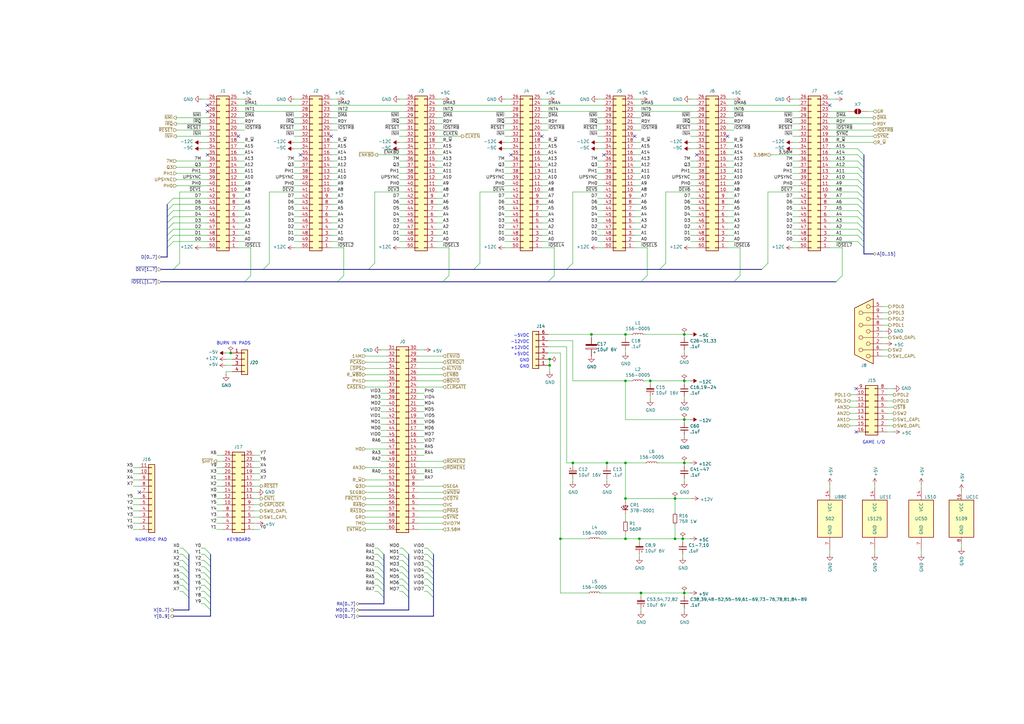
<source format=kicad_sch>
(kicad_sch (version 20250114) (generator "eeschema") (generator_version "9.0")
  (paper "A3")
  (title_block (title "POWER/CONNECTORS A2E NTSC"))
  (text "GND" (at 217.17 148.59 0) (effects (font (size 1.27 1.27)) (justify right bottom)))
  (text "-12VDC" (at 217.17 140.97 0) (effects (font (size 1.27 1.27)) (justify right bottom)))
  (text "+12VDC" (at 217.17 143.51 0) (effects (font (size 1.27 1.27)) (justify right bottom)))
  (text "+5VDC" (at 217.17 146.05 0) (effects (font (size 1.27 1.27)) (justify right bottom)))
  (text "-5VDC" (at 217.17 138.43 0) (effects (font (size 1.27 1.27)) (justify right bottom)))
  (text "NUMERIC PAD" (at 68.58 222.25 0) (effects (font (size 1.27 1.27)) (justify right bottom)))
  (text "BURN IN PADS" (at 102.87 141.605 0) (effects (font (size 1.27 1.27)) (justify right bottom)))
  (text "KEYBOARD" (at 102.87 222.25 0) (effects (font (size 1.27 1.27)) (justify right bottom)))
  (text "GAME I/O" (at 353.695 182.245 0) (effects (font (size 1.27 1.27)) (justify left bottom)))
  (text "GND" (at 217.17 151.13 0) (effects (font (size 1.27 1.27)) (justify right bottom)))
  (junction (at 276.86 204.47))
  (junction (at 280.67 189.865))
  (junction (at 280.035 220.98))
  (junction (at 225.425 147.32))
  (junction (at 280.67 156.21))
  (junction (at 256.54 204.47))
  (junction (at 234.95 189.865))
  (junction (at 256.54 189.865))
  (junction (at 256.54 137.16))
  (junction (at 225.425 149.86))
  (junction (at 94.615 144.78))
  (junction (at 229.87 220.98))
  (junction (at 242.57 137.16))
  (junction (at 280.67 137.16))
  (junction (at 256.54 156.21))
  (junction (at 280.67 172.085))
  (junction (at 276.86 220.98))
  (junction (at 262.255 220.98))
  (junction (at 248.92 189.865))
  (junction (at 262.89 243.205))
  (junction (at 280.67 243.205))
  (junction (at 266.7 156.21))
  (junction (at 256.54 220.98))
  (no_connect (at 97.79 55.88))
  (no_connect (at 209.55 63.5))
  (no_connect (at 340.36 43.18))
  (no_connect (at 222.25 55.88))
  (no_connect (at 260.35 55.88))
  (no_connect (at 351.155 159.385))
  (no_connect (at 85.09 45.72))
  (no_connect (at 123.19 63.5))
  (no_connect (at 135.89 55.88))
  (no_connect (at 247.65 63.5))
  (no_connect (at 85.09 63.5))
  (no_connect (at 57.15 201.93))
  (no_connect (at 285.75 63.5))
  (no_connect (at 85.09 43.18))
  (no_connect (at 298.45 55.88))
  (no_connect (at 351.155 177.165))
  (bus_entry (at 83.82 240.03) (size 2.54 2.54))
  (bus_entry (at 351.79 76.2) (size 2.54 2.54))
  (bus_entry (at 68.58 91.44) (size 2.54 -2.54))
  (bus_entry (at 68.58 88.9) (size 2.54 -2.54))
  (bus_entry (at 351.79 78.74) (size 2.54 2.54))
  (bus_entry (at 232.41 110.49) (size 2.54 -2.54))
  (bus_entry (at 83.82 237.49) (size 2.54 2.54))
  (bus_entry (at 165.1 232.41) (size 2.54 2.54))
  (bus_entry (at 165.1 229.87) (size 2.54 2.54))
  (bus_entry (at 68.58 86.36) (size 2.54 -2.54))
  (bus_entry (at 165.1 240.03) (size 2.54 2.54))
  (bus_entry (at 154.94 227.33) (size 2.54 2.54))
  (bus_entry (at 175.26 227.33) (size 2.54 2.54))
  (bus_entry (at 351.79 96.52) (size 2.54 2.54))
  (bus_entry (at 165.1 224.79) (size 2.54 2.54))
  (bus_entry (at 68.58 99.06) (size 2.54 -2.54))
  (bus_entry (at 165.1 234.95) (size 2.54 2.54))
  (bus_entry (at 175.26 240.03) (size 2.54 2.54))
  (bus_entry (at 224.79 115.57) (size 2.54 -2.54))
  (bus_entry (at 68.58 93.98) (size 2.54 -2.54))
  (bus_entry (at 270.51 110.49) (size 2.54 -2.54))
  (bus_entry (at 351.79 91.44) (size 2.54 2.54))
  (bus_entry (at 83.82 229.87) (size 2.54 2.54))
  (bus_entry (at 68.58 101.6) (size 2.54 -2.54))
  (bus_entry (at 351.79 66.04) (size 2.54 2.54))
  (bus_entry (at 71.12 110.49) (size 2.54 -2.54))
  (bus_entry (at 74.93 242.57) (size 2.54 2.54))
  (bus_entry (at 165.1 242.57) (size 2.54 2.54))
  (bus_entry (at 154.94 240.03) (size 2.54 2.54))
  (bus_entry (at 74.93 224.79) (size 2.54 2.54))
  (bus_entry (at 351.79 86.36) (size 2.54 2.54))
  (bus_entry (at 138.43 115.57) (size 2.54 -2.54))
  (bus_entry (at 74.93 232.41) (size 2.54 2.54))
  (bus_entry (at 351.79 60.96) (size 2.54 2.54))
  (bus_entry (at 165.1 237.49) (size 2.54 2.54))
  (bus_entry (at 351.79 83.82) (size 2.54 2.54))
  (bus_entry (at 154.94 234.95) (size 2.54 2.54))
  (bus_entry (at 83.82 247.65) (size 2.54 2.54))
  (bus_entry (at 83.82 245.11) (size 2.54 2.54))
  (bus_entry (at 74.93 227.33) (size 2.54 2.54))
  (bus_entry (at 83.82 234.95) (size 2.54 2.54))
  (bus_entry (at 83.82 242.57) (size 2.54 2.54))
  (bus_entry (at 74.93 240.03) (size 2.54 2.54))
  (bus_entry (at 107.95 110.49) (size 2.54 -2.54))
  (bus_entry (at 312.42 110.49) (size 2.54 -2.54))
  (bus_entry (at 351.79 99.06) (size 2.54 2.54))
  (bus_entry (at 175.26 229.87) (size 2.54 2.54))
  (bus_entry (at 300.99 115.57) (size 2.54 -2.54))
  (bus_entry (at 351.79 88.9) (size 2.54 2.54))
  (bus_entry (at 151.13 110.49) (size 2.54 -2.54))
  (bus_entry (at 100.33 115.57) (size 2.54 -2.54))
  (bus_entry (at 262.89 115.57) (size 2.54 -2.54))
  (bus_entry (at 74.93 229.87) (size 2.54 2.54))
  (bus_entry (at 154.94 232.41) (size 2.54 2.54))
  (bus_entry (at 351.79 68.58) (size 2.54 2.54))
  (bus_entry (at 351.79 81.28) (size 2.54 2.54))
  (bus_entry (at 165.1 227.33) (size 2.54 2.54))
  (bus_entry (at 154.94 242.57) (size 2.54 2.54))
  (bus_entry (at 154.94 224.79) (size 2.54 2.54))
  (bus_entry (at 74.93 234.95) (size 2.54 2.54))
  (bus_entry (at 351.79 71.12) (size 2.54 2.54))
  (bus_entry (at 351.79 63.5) (size 2.54 2.54))
  (bus_entry (at 154.94 237.49) (size 2.54 2.54))
  (bus_entry (at 83.82 224.79) (size 2.54 2.54))
  (bus_entry (at 175.26 232.41) (size 2.54 2.54))
  (bus_entry (at 342.9 115.57) (size 2.54 -2.54))
  (bus_entry (at 175.26 224.79) (size 2.54 2.54))
  (bus_entry (at 83.82 232.41) (size 2.54 2.54))
  (bus_entry (at 181.61 115.57) (size 2.54 -2.54))
  (bus_entry (at 351.79 93.98) (size 2.54 2.54))
  (bus_entry (at 154.94 229.87) (size 2.54 2.54))
  (bus_entry (at 175.26 237.49) (size 2.54 2.54))
  (bus_entry (at 68.58 96.52) (size 2.54 -2.54))
  (bus_entry (at 175.26 234.95) (size 2.54 2.54))
  (bus_entry (at 351.79 73.66) (size 2.54 2.54))
  (bus_entry (at 175.26 242.57) (size 2.54 2.54))
  (bus_entry (at 68.58 83.82) (size 2.54 -2.54))
  (bus_entry (at 194.31 110.49) (size 2.54 -2.54))
  (bus_entry (at 74.93 237.49) (size 2.54 2.54))
  (bus_entry (at 83.82 227.33) (size 2.54 2.54))
  (wire (pts (xy 72.39 68.58) (xy 85.09 68.58)))
  (wire (pts (xy 135.89 96.52) (xy 138.43 96.52)))
  (bus (pts (xy 354.33 76.2) (xy 354.33 78.74)))
  (wire (pts (xy 163.83 73.66) (xy 166.37 73.66)))
  (wire (pts (xy 340.36 86.36) (xy 351.79 86.36)))
  (bus (pts (xy 157.48 242.57) (xy 157.48 245.11)))
  (wire (pts (xy 298.45 86.36) (xy 300.99 86.36)))
  (wire (pts (xy 171.45 151.13) (xy 181.61 151.13)))
  (wire (pts (xy 120.65 58.42) (xy 123.19 58.42)))
  (wire (pts (xy 97.79 96.52) (xy 100.33 96.52)))
  (bus (pts (xy 232.41 110.49) (xy 270.51 110.49)))
  (wire (pts (xy 156.21 143.51) (xy 158.75 143.51)))
  (wire (pts (xy 123.19 40.64) (xy 120.65 40.64)))
  (wire (pts (xy 71.12 99.06) (xy 85.09 99.06)))
  (wire (pts (xy 97.79 93.98) (xy 100.33 93.98)))
  (wire (pts (xy 73.66 229.87) (xy 74.93 229.87)))
  (wire (pts (xy 224.79 139.7) (xy 234.95 139.7)))
  (wire (pts (xy 280.67 143.51) (xy 280.67 144.78)))
  (wire (pts (xy 179.07 55.88) (xy 189.23 55.88)))
  (wire (pts (xy 340.36 78.74) (xy 351.79 78.74)))
  (wire (pts (xy 245.11 101.6) (xy 247.65 101.6)))
  (wire (pts (xy 179.07 81.28) (xy 181.61 81.28)))
  (wire (pts (xy 232.41 189.865) (xy 234.95 189.865)))
  (wire (pts (xy 54.61 194.31) (xy 57.15 194.31)))
  (wire (pts (xy 325.12 81.28) (xy 327.66 81.28)))
  (wire (pts (xy 207.01 58.42) (xy 209.55 58.42)))
  (bus (pts (xy 86.36 250.19) (xy 86.36 252.73)))
  (wire (pts (xy 149.86 153.67) (xy 158.75 153.67)))
  (wire (pts (xy 163.83 68.58) (xy 166.37 68.58)))
  (wire (pts (xy 171.45 214.63) (xy 181.61 214.63)))
  (wire (pts (xy 163.83 81.28) (xy 166.37 81.28)))
  (wire (pts (xy 340.36 88.9) (xy 351.79 88.9)))
  (wire (pts (xy 149.86 207.01) (xy 158.75 207.01)))
  (wire (pts (xy 173.99 232.41) (xy 175.26 232.41)))
  (wire (pts (xy 224.79 137.16) (xy 242.57 137.16)))
  (wire (pts (xy 135.89 81.28) (xy 138.43 81.28)))
  (wire (pts (xy 245.11 93.98) (xy 247.65 93.98)))
  (wire (pts (xy 179.07 78.74) (xy 181.61 78.74)))
  (wire (pts (xy 82.55 232.41) (xy 83.82 232.41)))
  (wire (pts (xy 363.855 159.385) (xy 366.395 159.385)))
  (wire (pts (xy 298.45 58.42) (xy 300.99 58.42)))
  (wire (pts (xy 120.65 81.28) (xy 123.19 81.28)))
  (wire (pts (xy 171.45 204.47) (xy 181.61 204.47)))
  (wire (pts (xy 88.9 189.23) (xy 91.44 189.23)))
  (wire (pts (xy 71.12 83.82) (xy 85.09 83.82)))
  (bus (pts (xy 270.51 110.49) (xy 312.42 110.49)))
  (wire (pts (xy 260.35 76.2) (xy 262.89 76.2)))
  (wire (pts (xy 207.01 71.12) (xy 209.55 71.12)))
  (wire (pts (xy 325.12 73.66) (xy 327.66 73.66)))
  (wire (pts (xy 283.21 53.34) (xy 285.75 53.34)))
  (wire (pts (xy 71.12 93.98) (xy 85.09 93.98)))
  (wire (pts (xy 222.25 96.52) (xy 224.79 96.52)))
  (wire (pts (xy 171.45 207.01) (xy 181.61 207.01)))
  (wire (pts (xy 340.36 73.66) (xy 351.79 73.66)))
  (wire (pts (xy 104.14 207.01) (xy 106.68 207.01)))
  (wire (pts (xy 184.15 101.6) (xy 184.15 113.03)))
  (wire (pts (xy 171.45 176.53) (xy 173.99 176.53)))
  (bus (pts (xy 157.48 232.41) (xy 157.48 234.95)))
  (wire (pts (xy 363.855 172.085) (xy 366.395 172.085)))
  (wire (pts (xy 340.36 91.44) (xy 351.79 91.44)))
  (wire (pts (xy 120.65 60.96) (xy 123.19 60.96)))
  (wire (pts (xy 171.45 143.51) (xy 173.99 143.51)))
  (wire (pts (xy 222.25 73.66) (xy 224.79 73.66)))
  (wire (pts (xy 156.21 168.91) (xy 158.75 168.91)))
  (bus (pts (xy 167.64 237.49) (xy 167.64 240.03)))
  (wire (pts (xy 348.615 169.545) (xy 351.155 169.545)))
  (wire (pts (xy 104.14 196.85) (xy 106.68 196.85)))
  (wire (pts (xy 73.66 237.49) (xy 74.93 237.49)))
  (wire (pts (xy 298.45 99.06) (xy 300.99 99.06)))
  (wire (pts (xy 163.83 237.49) (xy 165.1 237.49)))
  (wire (pts (xy 325.12 55.88) (xy 327.66 55.88)))
  (wire (pts (xy 82.55 245.11) (xy 83.82 245.11)))
  (wire (pts (xy 171.45 186.69) (xy 173.99 186.69)))
  (wire (pts (xy 234.95 191.135) (xy 234.95 189.865)))
  (wire (pts (xy 340.36 225.425) (xy 340.36 227.33)))
  (wire (pts (xy 156.21 176.53) (xy 158.75 176.53)))
  (wire (pts (xy 316.23 63.5) (xy 327.66 63.5)))
  (wire (pts (xy 179.07 96.52) (xy 181.61 96.52)))
  (wire (pts (xy 265.43 101.6) (xy 265.43 113.03)))
  (wire (pts (xy 82.55 229.87) (xy 83.82 229.87)))
  (bus (pts (xy 157.48 237.49) (xy 157.48 240.03)))
  (wire (pts (xy 54.61 209.55) (xy 57.15 209.55)))
  (wire (pts (xy 342.9 40.64) (xy 340.36 40.64)))
  (wire (pts (xy 283.21 55.88) (xy 285.75 55.88)))
  (wire (pts (xy 82.55 240.03) (xy 83.82 240.03)))
  (bus (pts (xy 354.33 96.52) (xy 354.33 99.06)))
  (bus (pts (xy 151.13 110.49) (xy 194.31 110.49)))
  (wire (pts (xy 163.83 48.26) (xy 166.37 48.26)))
  (wire (pts (xy 120.65 71.12) (xy 123.19 71.12)))
  (bus (pts (xy 177.8 240.03) (xy 177.8 242.57)))
  (wire (pts (xy 264.16 156.21) (xy 266.7 156.21)))
  (wire (pts (xy 248.92 189.865) (xy 248.92 191.135)))
  (wire (pts (xy 260.35 73.66) (xy 262.89 73.66)))
  (wire (pts (xy 207.01 96.52) (xy 209.55 96.52)))
  (wire (pts (xy 283.21 172.085) (xy 280.67 172.085)))
  (wire (pts (xy 245.11 55.88) (xy 247.65 55.88)))
  (wire (pts (xy 88.9 201.93) (xy 91.44 201.93)))
  (wire (pts (xy 72.39 53.34) (xy 85.09 53.34)))
  (wire (pts (xy 72.39 66.04) (xy 85.09 66.04)))
  (wire (pts (xy 149.86 158.75) (xy 158.75 158.75)))
  (wire (pts (xy 135.89 68.58) (xy 138.43 68.58)))
  (wire (pts (xy 179.07 88.9) (xy 181.61 88.9)))
  (wire (pts (xy 298.45 66.04) (xy 300.99 66.04)))
  (wire (pts (xy 280.035 220.98) (xy 280.035 222.25)))
  (bus (pts (xy 68.58 96.52) (xy 68.58 99.06)))
  (wire (pts (xy 283.21 71.12) (xy 285.75 71.12)))
  (wire (pts (xy 88.9 196.85) (xy 91.44 196.85)))
  (wire (pts (xy 340.36 96.52) (xy 351.79 96.52)))
  (wire (pts (xy 110.49 78.74) (xy 110.49 107.95)))
  (wire (pts (xy 120.65 86.36) (xy 123.19 86.36)))
  (wire (pts (xy 280.035 227.33) (xy 280.035 228.6)))
  (wire (pts (xy 229.87 220.98) (xy 229.87 243.205)))
  (wire (pts (xy 163.83 242.57) (xy 165.1 242.57)))
  (wire (pts (xy 171.45 184.15) (xy 173.99 184.15)))
  (wire (pts (xy 222.25 45.72) (xy 247.65 45.72)))
  (wire (pts (xy 280.035 220.98) (xy 283.21 220.98)))
  (wire (pts (xy 104.14 194.31) (xy 106.68 194.31)))
  (wire (pts (xy 97.79 71.12) (xy 100.33 71.12)))
  (wire (pts (xy 363.855 161.925) (xy 366.395 161.925)))
  (wire (pts (xy 149.86 217.17) (xy 158.75 217.17)))
  (wire (pts (xy 266.7 162.56) (xy 266.7 163.83)))
  (wire (pts (xy 82.55 237.49) (xy 83.82 237.49)))
  (wire (pts (xy 276.86 215.265) (xy 276.86 220.98)))
  (bus (pts (xy 68.58 105.41) (xy 66.04 105.41)))
  (wire (pts (xy 242.57 137.16) (xy 256.54 137.16)))
  (wire (pts (xy 245.11 88.9) (xy 247.65 88.9)))
  (bus (pts (xy 177.8 229.87) (xy 177.8 232.41)))
  (wire (pts (xy 256.54 172.085) (xy 280.67 172.085)))
  (wire (pts (xy 256.54 204.47) (xy 276.86 204.47)))
  (wire (pts (xy 171.45 179.07) (xy 173.99 179.07)))
  (wire (pts (xy 280.67 172.085) (xy 280.67 173.355)))
  (wire (pts (xy 171.45 199.39) (xy 181.61 199.39)))
  (wire (pts (xy 256.54 204.47) (xy 256.54 205.74)))
  (wire (pts (xy 97.79 76.2) (xy 100.33 76.2)))
  (wire (pts (xy 104.14 201.93) (xy 105.41 201.93)))
  (wire (pts (xy 179.07 53.34) (xy 181.61 53.34)))
  (wire (pts (xy 104.14 214.63) (xy 105.41 214.63)))
  (bus (pts (xy 354.33 71.12) (xy 354.33 73.66)))
  (wire (pts (xy 207.01 86.36) (xy 209.55 86.36)))
  (wire (pts (xy 325.12 83.82) (xy 327.66 83.82)))
  (wire (pts (xy 314.96 78.74) (xy 327.66 78.74)))
  (wire (pts (xy 377.825 198.755) (xy 377.825 200.025)))
  (wire (pts (xy 120.65 68.58) (xy 123.19 68.58)))
  (wire (pts (xy 262.89 243.205) (xy 280.67 243.205)))
  (wire (pts (xy 73.66 234.95) (xy 74.93 234.95)))
  (wire (pts (xy 276.86 220.98) (xy 280.035 220.98)))
  (wire (pts (xy 325.12 71.12) (xy 327.66 71.12)))
  (wire (pts (xy 361.95 133.35) (xy 364.49 133.35)))
  (wire (pts (xy 222.25 48.26) (xy 224.79 48.26)))
  (wire (pts (xy 209.55 40.64) (xy 207.01 40.64)))
  (bus (pts (xy 177.8 232.41) (xy 177.8 234.95)))
  (wire (pts (xy 82.55 242.57) (xy 83.82 242.57)))
  (wire (pts (xy 88.9 186.69) (xy 91.44 186.69)))
  (wire (pts (xy 104.14 204.47) (xy 106.68 204.47)))
  (wire (pts (xy 135.89 91.44) (xy 138.43 91.44)))
  (wire (pts (xy 173.99 240.03) (xy 175.26 240.03)))
  (wire (pts (xy 246.38 243.205) (xy 262.89 243.205)))
  (bus (pts (xy 354.33 66.04) (xy 354.33 68.58)))
  (wire (pts (xy 163.83 91.44) (xy 166.37 91.44)))
  (wire (pts (xy 260.35 81.28) (xy 262.89 81.28)))
  (wire (pts (xy 245.11 99.06) (xy 247.65 99.06)))
  (wire (pts (xy 260.35 66.04) (xy 262.89 66.04)))
  (wire (pts (xy 260.35 99.06) (xy 262.89 99.06)))
  (wire (pts (xy 171.45 181.61) (xy 173.99 181.61)))
  (wire (pts (xy 163.83 224.79) (xy 165.1 224.79)))
  (bus (pts (xy 77.47 240.03) (xy 77.47 242.57)))
  (wire (pts (xy 153.67 237.49) (xy 154.94 237.49)))
  (wire (pts (xy 171.45 201.93) (xy 181.61 201.93)))
  (wire (pts (xy 97.79 45.72) (xy 123.19 45.72)))
  (wire (pts (xy 97.79 48.26) (xy 100.33 48.26)))
  (wire (pts (xy 92.71 152.4) (xy 92.71 153.67)))
  (bus (pts (xy 354.33 99.06) (xy 354.33 101.6)))
  (wire (pts (xy 135.89 88.9) (xy 138.43 88.9)))
  (wire (pts (xy 120.65 101.6) (xy 123.19 101.6)))
  (wire (pts (xy 280.67 162.56) (xy 280.67 163.83)))
  (bus (pts (xy 68.58 91.44) (xy 68.58 93.98)))
  (wire (pts (xy 104.14 217.17) (xy 106.68 217.17)))
  (wire (pts (xy 72.39 76.2) (xy 85.09 76.2)))
  (wire (pts (xy 325.12 93.98) (xy 327.66 93.98)))
  (wire (pts (xy 325.12 48.26) (xy 327.66 48.26)))
  (wire (pts (xy 345.44 101.6) (xy 345.44 113.03)))
  (wire (pts (xy 135.89 53.34) (xy 138.43 53.34)))
  (wire (pts (xy 207.01 73.66) (xy 209.55 73.66)))
  (wire (pts (xy 163.83 66.04) (xy 166.37 66.04)))
  (wire (pts (xy 104.14 212.09) (xy 106.68 212.09)))
  (wire (pts (xy 283.21 88.9) (xy 285.75 88.9)))
  (bus (pts (xy 181.61 115.57) (xy 224.79 115.57)))
  (wire (pts (xy 280.67 137.16) (xy 283.21 137.16)))
  (wire (pts (xy 153.67 232.41) (xy 154.94 232.41)))
  (wire (pts (xy 82.55 224.79) (xy 83.82 224.79)))
  (wire (pts (xy 171.45 161.29) (xy 173.99 161.29)))
  (wire (pts (xy 149.86 199.39) (xy 158.75 199.39)))
  (wire (pts (xy 153.67 229.87) (xy 154.94 229.87)))
  (wire (pts (xy 280.67 249.555) (xy 280.67 250.825)))
  (wire (pts (xy 283.21 93.98) (xy 285.75 93.98)))
  (wire (pts (xy 256.54 210.82) (xy 256.54 213.36)))
  (bus (pts (xy 224.79 115.57) (xy 262.89 115.57)))
  (bus (pts (xy 177.8 234.95) (xy 177.8 237.49)))
  (wire (pts (xy 298.45 63.5) (xy 300.99 63.5)))
  (wire (pts (xy 340.36 99.06) (xy 351.79 99.06)))
  (wire (pts (xy 207.01 53.34) (xy 209.55 53.34)))
  (wire (pts (xy 88.9 199.39) (xy 91.44 199.39)))
  (wire (pts (xy 280.67 189.865) (xy 283.21 189.865)))
  (bus (pts (xy 354.33 86.36) (xy 354.33 88.9)))
  (bus (pts (xy 354.33 93.98) (xy 354.33 96.52)))
  (bus (pts (xy 177.8 227.33) (xy 177.8 229.87)))
  (wire (pts (xy 97.79 81.28) (xy 100.33 81.28)))
  (wire (pts (xy 256.54 143.51) (xy 256.54 144.78)))
  (bus (pts (xy 157.48 240.03) (xy 157.48 242.57)))
  (wire (pts (xy 260.35 60.96) (xy 262.89 60.96)))
  (wire (pts (xy 363.855 174.625) (xy 366.395 174.625)))
  (wire (pts (xy 325.12 66.04) (xy 327.66 66.04)))
  (wire (pts (xy 196.85 78.74) (xy 196.85 107.95)))
  (wire (pts (xy 348.615 164.465) (xy 351.155 164.465)))
  (wire (pts (xy 171.45 168.91) (xy 173.99 168.91)))
  (wire (pts (xy 94.615 144.78) (xy 95.25 144.78)))
  (wire (pts (xy 377.825 225.425) (xy 377.825 227.33)))
  (bus (pts (xy 167.64 229.87) (xy 167.64 232.41)))
  (wire (pts (xy 283.21 83.82) (xy 285.75 83.82)))
  (wire (pts (xy 224.79 40.64) (xy 222.25 40.64)))
  (wire (pts (xy 171.45 212.09) (xy 181.61 212.09)))
  (wire (pts (xy 298.45 43.18) (xy 327.66 43.18)))
  (bus (pts (xy 177.8 252.73) (xy 147.32 252.73)))
  (wire (pts (xy 264.16 137.16) (xy 280.67 137.16)))
  (bus (pts (xy 66.04 110.49) (xy 71.12 110.49)))
  (wire (pts (xy 222.25 78.74) (xy 224.79 78.74)))
  (bus (pts (xy 68.58 88.9) (xy 68.58 91.44)))
  (wire (pts (xy 247.65 40.64) (xy 245.11 40.64)))
  (wire (pts (xy 92.71 149.86) (xy 95.25 149.86)))
  (bus (pts (xy 167.64 232.41) (xy 167.64 234.95)))
  (wire (pts (xy 135.89 63.5) (xy 138.43 63.5)))
  (wire (pts (xy 298.45 81.28) (xy 300.99 81.28)))
  (wire (pts (xy 171.45 171.45) (xy 173.99 171.45)))
  (wire (pts (xy 179.07 58.42) (xy 181.61 58.42)))
  (wire (pts (xy 88.9 217.17) (xy 91.44 217.17)))
  (wire (pts (xy 73.66 227.33) (xy 74.93 227.33)))
  (wire (pts (xy 283.21 58.42) (xy 285.75 58.42)))
  (wire (pts (xy 245.11 86.36) (xy 247.65 86.36)))
  (wire (pts (xy 260.35 68.58) (xy 262.89 68.58)))
  (wire (pts (xy 207.01 48.26) (xy 209.55 48.26)))
  (wire (pts (xy 207.01 88.9) (xy 209.55 88.9)))
  (wire (pts (xy 245.11 48.26) (xy 247.65 48.26)))
  (wire (pts (xy 283.21 101.6) (xy 285.75 101.6)))
  (wire (pts (xy 207.01 60.96) (xy 209.55 60.96)))
  (wire (pts (xy 260.35 88.9) (xy 262.89 88.9)))
  (wire (pts (xy 156.21 189.23) (xy 158.75 189.23)))
  (wire (pts (xy 156.21 181.61) (xy 158.75 181.61)))
  (wire (pts (xy 340.36 48.26) (xy 358.14 48.26)))
  (wire (pts (xy 135.89 73.66) (xy 138.43 73.66)))
  (wire (pts (xy 73.66 232.41) (xy 74.93 232.41)))
  (wire (pts (xy 171.45 163.83) (xy 173.99 163.83)))
  (wire (pts (xy 256.54 220.98) (xy 262.255 220.98)))
  (wire (pts (xy 92.71 144.78) (xy 94.615 144.78)))
  (bus (pts (xy 66.04 115.57) (xy 100.33 115.57)))
  (wire (pts (xy 149.86 201.93) (xy 158.75 201.93)))
  (wire (pts (xy 262.89 243.205) (xy 262.89 244.475)))
  (wire (pts (xy 179.07 83.82) (xy 181.61 83.82)))
  (wire (pts (xy 340.36 58.42) (xy 358.14 58.42)))
  (wire (pts (xy 224.79 147.32) (xy 225.425 147.32)))
  (wire (pts (xy 234.95 78.74) (xy 247.65 78.74)))
  (wire (pts (xy 97.79 43.18) (xy 123.19 43.18)))
  (wire (pts (xy 156.21 161.29) (xy 158.75 161.29)))
  (wire (pts (xy 135.89 86.36) (xy 138.43 86.36)))
  (wire (pts (xy 229.87 243.205) (xy 241.3 243.205)))
  (wire (pts (xy 207.01 68.58) (xy 209.55 68.58)))
  (wire (pts (xy 363.855 169.545) (xy 366.395 169.545)))
  (wire (pts (xy 153.67 78.74) (xy 153.67 107.95)))
  (bus (pts (xy 177.8 245.11) (xy 177.8 252.73)))
  (wire (pts (xy 156.21 186.69) (xy 158.75 186.69)))
  (wire (pts (xy 135.89 48.26) (xy 138.43 48.26)))
  (wire (pts (xy 248.92 189.865) (xy 256.54 189.865)))
  (wire (pts (xy 104.14 199.39) (xy 106.68 199.39)))
  (wire (pts (xy 82.55 234.95) (xy 83.82 234.95)))
  (wire (pts (xy 245.11 96.52) (xy 247.65 96.52)))
  (wire (pts (xy 153.67 227.33) (xy 154.94 227.33)))
  (wire (pts (xy 283.21 68.58) (xy 285.75 68.58)))
  (wire (pts (xy 280.67 137.16) (xy 280.67 138.43)))
  (wire (pts (xy 222.25 71.12) (xy 224.79 71.12)))
  (wire (pts (xy 256.54 218.44) (xy 256.54 220.98)))
  (wire (pts (xy 361.95 143.51) (xy 364.49 143.51)))
  (wire (pts (xy 340.36 63.5) (xy 351.79 63.5)))
  (wire (pts (xy 298.45 68.58) (xy 300.99 68.58)))
  (wire (pts (xy 232.41 142.24) (xy 232.41 189.865)))
  (wire (pts (xy 269.875 189.865) (xy 280.67 189.865)))
  (wire (pts (xy 276.86 210.185) (xy 276.86 204.47)))
  (wire (pts (xy 298.45 88.9) (xy 300.99 88.9)))
  (wire (pts (xy 179.07 99.06) (xy 181.61 99.06)))
  (wire (pts (xy 149.86 191.77) (xy 158.75 191.77)))
  (wire (pts (xy 163.83 99.06) (xy 166.37 99.06)))
  (bus (pts (xy 86.36 227.33) (xy 86.36 229.87)))
  (wire (pts (xy 149.86 196.85) (xy 158.75 196.85)))
  (wire (pts (xy 256.54 189.865) (xy 264.795 189.865)))
  (bus (pts (xy 77.47 245.11) (xy 77.47 250.19)))
  (bus (pts (xy 107.95 110.49) (xy 151.13 110.49)))
  (wire (pts (xy 348.615 172.085) (xy 351.155 172.085)))
  (wire (pts (xy 361.95 140.97) (xy 363.22 140.97)))
  (wire (pts (xy 260.35 58.42) (xy 262.89 58.42)))
  (wire (pts (xy 97.79 73.66) (xy 100.33 73.66)))
  (bus (pts (xy 77.47 232.41) (xy 77.47 234.95)))
  (wire (pts (xy 88.9 194.31) (xy 91.44 194.31)))
  (wire (pts (xy 95.25 152.4) (xy 92.71 152.4)))
  (wire (pts (xy 325.12 96.52) (xy 327.66 96.52)))
  (wire (pts (xy 262.255 222.25) (xy 262.255 220.98)))
  (wire (pts (xy 97.79 53.34) (xy 100.33 53.34)))
  (wire (pts (xy 222.25 58.42) (xy 224.79 58.42)))
  (wire (pts (xy 260.35 43.18) (xy 285.75 43.18)))
  (wire (pts (xy 325.12 50.8) (xy 327.66 50.8)))
  (bus (pts (xy 100.33 115.57) (xy 138.43 115.57)))
  (bus (pts (xy 86.36 242.57) (xy 86.36 245.11)))
  (wire (pts (xy 171.45 173.99) (xy 173.99 173.99)))
  (bus (pts (xy 86.36 245.11) (xy 86.36 247.65)))
  (wire (pts (xy 179.07 101.6) (xy 184.15 101.6)))
  (wire (pts (xy 207.01 91.44) (xy 209.55 91.44)))
  (wire (pts (xy 207.01 99.06) (xy 209.55 99.06)))
  (wire (pts (xy 325.12 53.34) (xy 327.66 53.34)))
  (wire (pts (xy 171.45 196.85) (xy 173.99 196.85)))
  (wire (pts (xy 325.12 68.58) (xy 327.66 68.58)))
  (wire (pts (xy 173.99 224.79) (xy 175.26 224.79)))
  (wire (pts (xy 262.89 249.555) (xy 262.89 250.825)))
  (wire (pts (xy 135.89 93.98) (xy 138.43 93.98)))
  (wire (pts (xy 171.45 209.55) (xy 181.61 209.55)))
  (bus (pts (xy 68.58 99.06) (xy 68.58 101.6)))
  (bus (pts (xy 86.36 229.87) (xy 86.36 232.41)))
  (wire (pts (xy 298.45 91.44) (xy 300.99 91.44)))
  (wire (pts (xy 149.86 151.13) (xy 158.75 151.13)))
  (bus (pts (xy 86.36 252.73) (xy 71.12 252.73)))
  (wire (pts (xy 298.45 45.72) (xy 327.66 45.72)))
  (wire (pts (xy 88.9 214.63) (xy 91.44 214.63)))
  (wire (pts (xy 149.86 212.09) (xy 158.75 212.09)))
  (wire (pts (xy 325.12 91.44) (xy 327.66 91.44)))
  (wire (pts (xy 245.11 60.96) (xy 247.65 60.96)))
  (wire (pts (xy 260.35 96.52) (xy 262.89 96.52)))
  (wire (pts (xy 171.45 166.37) (xy 173.99 166.37)))
  (wire (pts (xy 97.79 58.42) (xy 100.33 58.42)))
  (wire (pts (xy 285.75 40.64) (xy 283.21 40.64)))
  (wire (pts (xy 340.36 60.96) (xy 351.79 60.96)))
  (wire (pts (xy 120.65 83.82) (xy 123.19 83.82)))
  (wire (pts (xy 140.97 101.6) (xy 140.97 113.03)))
  (wire (pts (xy 256.54 156.21) (xy 256.54 172.085)))
  (wire (pts (xy 245.11 91.44) (xy 247.65 91.44)))
  (wire (pts (xy 54.61 207.01) (xy 57.15 207.01)))
  (wire (pts (xy 153.67 78.74) (xy 166.37 78.74)))
  (wire (pts (xy 149.86 184.15) (xy 158.75 184.15)))
  (wire (pts (xy 71.12 88.9) (xy 85.09 88.9)))
  (wire (pts (xy 163.83 232.41) (xy 165.1 232.41)))
  (wire (pts (xy 207.01 93.98) (xy 209.55 93.98)))
  (bus (pts (xy 157.48 229.87) (xy 157.48 232.41)))
  (wire (pts (xy 303.53 101.6) (xy 303.53 113.03)))
  (wire (pts (xy 135.89 60.96) (xy 138.43 60.96)))
  (wire (pts (xy 179.07 68.58) (xy 181.61 68.58)))
  (wire (pts (xy 71.12 96.52) (xy 85.09 96.52)))
  (wire (pts (xy 72.39 48.26) (xy 85.09 48.26)))
  (wire (pts (xy 245.11 58.42) (xy 247.65 58.42)))
  (wire (pts (xy 171.45 146.05) (xy 181.61 146.05)))
  (wire (pts (xy 348.615 174.625) (xy 351.155 174.625)))
  (bus (pts (xy 77.47 237.49) (xy 77.47 240.03)))
  (wire (pts (xy 82.55 60.96) (xy 85.09 60.96)))
  (bus (pts (xy 157.48 234.95) (xy 157.48 237.49)))
  (wire (pts (xy 135.89 43.18) (xy 166.37 43.18)))
  (wire (pts (xy 135.89 99.06) (xy 138.43 99.06)))
  (wire (pts (xy 355.6 45.72) (xy 358.14 45.72)))
  (wire (pts (xy 54.61 214.63) (xy 57.15 214.63)))
  (wire (pts (xy 207.01 76.2) (xy 209.55 76.2)))
  (wire (pts (xy 361.95 128.27) (xy 364.49 128.27)))
  (wire (pts (xy 394.335 201.295) (xy 394.335 202.565)))
  (wire (pts (xy 298.45 101.6) (xy 303.53 101.6)))
  (wire (pts (xy 163.83 76.2) (xy 166.37 76.2)))
  (wire (pts (xy 340.36 81.28) (xy 351.79 81.28)))
  (wire (pts (xy 224.79 149.86) (xy 225.425 149.86)))
  (wire (pts (xy 54.61 204.47) (xy 57.15 204.47)))
  (wire (pts (xy 276.86 204.47) (xy 283.845 204.47)))
  (wire (pts (xy 179.07 45.72) (xy 209.55 45.72)))
  (wire (pts (xy 97.79 60.96) (xy 100.33 60.96)))
  (bus (pts (xy 68.58 93.98) (xy 68.58 96.52)))
  (bus (pts (xy 157.48 247.65) (xy 147.32 247.65)))
  (wire (pts (xy 179.07 91.44) (xy 181.61 91.44)))
  (bus (pts (xy 68.58 101.6) (xy 68.58 105.41)))
  (wire (pts (xy 196.85 78.74) (xy 209.55 78.74)))
  (bus (pts (xy 77.47 242.57) (xy 77.47 245.11)))
  (wire (pts (xy 179.07 73.66) (xy 181.61 73.66)))
  (wire (pts (xy 100.33 40.64) (xy 97.79 40.64)))
  (bus (pts (xy 167.64 245.11) (xy 167.64 250.19)))
  (wire (pts (xy 234.95 78.74) (xy 234.95 107.95)))
  (wire (pts (xy 340.36 198.755) (xy 340.36 200.025)))
  (bus (pts (xy 167.64 234.95) (xy 167.64 237.49)))
  (bus (pts (xy 86.36 237.49) (xy 86.36 240.03)))
  (wire (pts (xy 227.33 101.6) (xy 227.33 113.03)))
  (wire (pts (xy 120.65 66.04) (xy 123.19 66.04)))
  (wire (pts (xy 156.21 194.31) (xy 158.75 194.31)))
  (wire (pts (xy 163.83 96.52) (xy 166.37 96.52)))
  (wire (pts (xy 153.67 234.95) (xy 154.94 234.95)))
  (wire (pts (xy 207.01 83.82) (xy 209.55 83.82)))
  (bus (pts (xy 177.8 242.57) (xy 177.8 245.11)))
  (wire (pts (xy 72.39 50.8) (xy 85.09 50.8)))
  (wire (pts (xy 171.45 189.23) (xy 181.61 189.23)))
  (wire (pts (xy 179.07 66.04) (xy 181.61 66.04)))
  (wire (pts (xy 120.65 55.88) (xy 123.19 55.88)))
  (wire (pts (xy 283.21 96.52) (xy 285.75 96.52)))
  (wire (pts (xy 163.83 229.87) (xy 165.1 229.87)))
  (wire (pts (xy 104.14 191.77) (xy 106.68 191.77)))
  (wire (pts (xy 82.55 227.33) (xy 83.82 227.33)))
  (wire (pts (xy 234.95 139.7) (xy 234.95 156.21)))
  (wire (pts (xy 72.39 55.88) (xy 85.09 55.88)))
  (wire (pts (xy 207.01 101.6) (xy 209.55 101.6)))
  (wire (pts (xy 207.01 55.88) (xy 209.55 55.88)))
  (bus (pts (xy 167.64 240.03) (xy 167.64 242.57)))
  (bus (pts (xy 354.33 73.66) (xy 354.33 76.2)))
  (wire (pts (xy 325.12 86.36) (xy 327.66 86.36)))
  (wire (pts (xy 298.45 53.34) (xy 300.99 53.34)))
  (wire (pts (xy 260.35 53.34) (xy 262.89 53.34)))
  (bus (pts (xy 77.47 250.19) (xy 71.12 250.19)))
  (bus (pts (xy 71.12 110.49) (xy 107.95 110.49)))
  (wire (pts (xy 298.45 96.52) (xy 300.99 96.52)))
  (wire (pts (xy 138.43 40.64) (xy 135.89 40.64)))
  (wire (pts (xy 361.95 135.89) (xy 363.22 135.89)))
  (wire (pts (xy 325.12 76.2) (xy 327.66 76.2)))
  (wire (pts (xy 54.61 199.39) (xy 57.15 199.39)))
  (wire (pts (xy 54.61 196.85) (xy 57.15 196.85)))
  (wire (pts (xy 54.61 191.77) (xy 57.15 191.77)))
  (wire (pts (xy 171.45 158.75) (xy 181.61 158.75)))
  (wire (pts (xy 156.21 166.37) (xy 158.75 166.37)))
  (wire (pts (xy 135.89 45.72) (xy 166.37 45.72)))
  (wire (pts (xy 283.21 91.44) (xy 285.75 91.44)))
  (wire (pts (xy 325.12 88.9) (xy 327.66 88.9)))
  (wire (pts (xy 163.83 101.6) (xy 166.37 101.6)))
  (wire (pts (xy 120.65 48.26) (xy 123.19 48.26)))
  (wire (pts (xy 260.35 83.82) (xy 262.89 83.82)))
  (wire (pts (xy 179.07 71.12) (xy 181.61 71.12)))
  (wire (pts (xy 72.39 73.66) (xy 85.09 73.66)))
  (wire (pts (xy 256.54 137.16) (xy 256.54 138.43)))
  (wire (pts (xy 73.66 242.57) (xy 74.93 242.57)))
  (wire (pts (xy 135.89 66.04) (xy 138.43 66.04)))
  (wire (pts (xy 225.425 147.32) (xy 225.425 149.86)))
  (wire (pts (xy 179.07 60.96) (xy 181.61 60.96)))
  (wire (pts (xy 260.35 71.12) (xy 262.89 71.12)))
  (wire (pts (xy 283.21 66.04) (xy 285.75 66.04)))
  (wire (pts (xy 179.07 48.26) (xy 181.61 48.26)))
  (wire (pts (xy 222.25 63.5) (xy 224.79 63.5)))
  (wire (pts (xy 298.45 71.12) (xy 300.99 71.12)))
  (wire (pts (xy 245.11 83.82) (xy 247.65 83.82)))
  (wire (pts (xy 348.615 161.925) (xy 351.155 161.925)))
  (wire (pts (xy 97.79 66.04) (xy 100.33 66.04)))
  (wire (pts (xy 340.36 50.8) (xy 358.14 50.8)))
  (wire (pts (xy 179.07 63.5) (xy 181.61 63.5)))
  (bus (pts (xy 86.36 247.65) (xy 86.36 250.19)))
  (wire (pts (xy 280.67 196.215) (xy 280.67 197.485)))
  (bus (pts (xy 354.33 101.6) (xy 354.33 104.14)))
  (wire (pts (xy 156.21 171.45) (xy 158.75 171.45)))
  (wire (pts (xy 394.335 222.885) (xy 394.335 224.79)))
  (wire (pts (xy 173.99 227.33) (xy 175.26 227.33)))
  (wire (pts (xy 361.95 125.73) (xy 364.49 125.73)))
  (wire (pts (xy 179.07 50.8) (xy 181.61 50.8)))
  (wire (pts (xy 54.61 212.09) (xy 57.15 212.09)))
  (wire (pts (xy 120.65 88.9) (xy 123.19 88.9)))
  (wire (pts (xy 97.79 83.82) (xy 100.33 83.82)))
  (wire (pts (xy 358.775 225.425) (xy 358.775 227.33)))
  (wire (pts (xy 163.83 88.9) (xy 166.37 88.9)))
  (wire (pts (xy 283.21 99.06) (xy 285.75 99.06)))
  (wire (pts (xy 325.12 58.42) (xy 327.66 58.42)))
  (wire (pts (xy 280.67 189.865) (xy 280.67 191.135)))
  (wire (pts (xy 245.11 50.8) (xy 247.65 50.8)))
  (wire (pts (xy 135.89 71.12) (xy 138.43 71.12)))
  (wire (pts (xy 154.94 63.5) (xy 166.37 63.5)))
  (wire (pts (xy 325.12 60.96) (xy 327.66 60.96)))
  (bus (pts (xy 167.64 242.57) (xy 167.64 245.11)))
  (wire (pts (xy 97.79 68.58) (xy 100.33 68.58)))
  (wire (pts (xy 266.7 156.21) (xy 266.7 157.48)))
  (wire (pts (xy 179.07 93.98) (xy 181.61 93.98)))
  (wire (pts (xy 245.11 71.12) (xy 247.65 71.12)))
  (wire (pts (xy 163.83 60.96) (xy 166.37 60.96)))
  (wire (pts (xy 245.11 53.34) (xy 247.65 53.34)))
  (wire (pts (xy 298.45 50.8) (xy 300.99 50.8)))
  (wire (pts (xy 149.86 204.47) (xy 158.75 204.47)))
  (bus (pts (xy 354.33 91.44) (xy 354.33 93.98)))
  (wire (pts (xy 149.86 156.21) (xy 158.75 156.21)))
  (wire (pts (xy 97.79 99.06) (xy 100.33 99.06)))
  (wire (pts (xy 363.855 167.005) (xy 366.395 167.005)))
  (wire (pts (xy 71.12 86.36) (xy 85.09 86.36)))
  (wire (pts (xy 97.79 78.74) (xy 100.33 78.74)))
  (wire (pts (xy 120.65 73.66) (xy 123.19 73.66)))
  (wire (pts (xy 171.45 194.31) (xy 173.99 194.31)))
  (wire (pts (xy 222.25 101.6) (xy 227.33 101.6)))
  (wire (pts (xy 120.65 53.34) (xy 123.19 53.34)))
  (wire (pts (xy 71.12 81.28) (xy 85.09 81.28)))
  (bus (pts (xy 68.58 83.82) (xy 68.58 86.36)))
  (wire (pts (xy 91.44 204.47) (xy 88.9 204.47)))
  (wire (pts (xy 171.45 156.21) (xy 181.61 156.21)))
  (wire (pts (xy 156.21 179.07) (xy 158.75 179.07)))
  (bus (pts (xy 354.33 78.74) (xy 354.33 81.28)))
  (wire (pts (xy 262.255 220.98) (xy 276.86 220.98)))
  (wire (pts (xy 163.83 240.03) (xy 165.1 240.03)))
  (wire (pts (xy 171.45 153.67) (xy 181.61 153.67)))
  (wire (pts (xy 245.11 66.04) (xy 247.65 66.04)))
  (wire (pts (xy 283.21 76.2) (xy 285.75 76.2)))
  (wire (pts (xy 181.61 40.64) (xy 179.07 40.64)))
  (wire (pts (xy 149.86 209.55) (xy 158.75 209.55)))
  (bus (pts (xy 157.48 227.33) (xy 157.48 229.87)))
  (wire (pts (xy 88.9 207.01) (xy 91.44 207.01)))
  (wire (pts (xy 273.05 78.74) (xy 285.75 78.74)))
  (wire (pts (xy 325.12 101.6) (xy 327.66 101.6)))
  (wire (pts (xy 340.36 76.2) (xy 351.79 76.2)))
  (wire (pts (xy 348.615 167.005) (xy 351.155 167.005)))
  (wire (pts (xy 179.07 43.18) (xy 209.55 43.18)))
  (bus (pts (xy 262.89 115.57) (xy 300.99 115.57)))
  (wire (pts (xy 260.35 86.36) (xy 262.89 86.36)))
  (wire (pts (xy 163.83 50.8) (xy 166.37 50.8)))
  (wire (pts (xy 260.35 50.8) (xy 262.89 50.8)))
  (wire (pts (xy 260.35 91.44) (xy 262.89 91.44)))
  (wire (pts (xy 222.25 88.9) (xy 224.79 88.9)))
  (wire (pts (xy 163.83 71.12) (xy 166.37 71.12)))
  (wire (pts (xy 280.67 178.435) (xy 280.67 179.07)))
  (wire (pts (xy 97.79 86.36) (xy 100.33 86.36)))
  (wire (pts (xy 171.45 191.77) (xy 181.61 191.77)))
  (wire (pts (xy 88.9 191.77) (xy 91.44 191.77)))
  (wire (pts (xy 163.83 58.42) (xy 166.37 58.42)))
  (wire (pts (xy 298.45 83.82) (xy 300.99 83.82)))
  (wire (pts (xy 97.79 63.5) (xy 100.33 63.5)))
  (wire (pts (xy 222.25 66.04) (xy 224.79 66.04)))
  (wire (pts (xy 97.79 88.9) (xy 100.33 88.9)))
  (wire (pts (xy 163.83 93.98) (xy 166.37 93.98)))
  (wire (pts (xy 156.21 163.83) (xy 158.75 163.83)))
  (wire (pts (xy 135.89 83.82) (xy 138.43 83.82)))
  (wire (pts (xy 300.99 40.64) (xy 298.45 40.64)))
  (wire (pts (xy 173.99 237.49) (xy 175.26 237.49)))
  (wire (pts (xy 283.21 60.96) (xy 285.75 60.96)))
  (wire (pts (xy 120.65 91.44) (xy 123.19 91.44)))
  (wire (pts (xy 163.83 234.95) (xy 165.1 234.95)))
  (wire (pts (xy 222.25 76.2) (xy 224.79 76.2)))
  (wire (pts (xy 262.89 40.64) (xy 260.35 40.64)))
  (wire (pts (xy 222.25 93.98) (xy 224.79 93.98)))
  (wire (pts (xy 82.55 58.42) (xy 85.09 58.42)))
  (wire (pts (xy 207.01 81.28) (xy 209.55 81.28)))
  (wire (pts (xy 222.25 60.96) (xy 224.79 60.96)))
  (wire (pts (xy 222.25 91.44) (xy 224.79 91.44)))
  (wire (pts (xy 224.79 144.78) (xy 229.87 144.78)))
  (wire (pts (xy 88.9 212.09) (xy 91.44 212.09)))
  (wire (pts (xy 361.95 130.81) (xy 364.49 130.81)))
  (wire (pts (xy 104.14 189.23) (xy 106.68 189.23)))
  (wire (pts (xy 104.14 186.69) (xy 106.68 186.69)))
  (bus (pts (xy 68.58 86.36) (xy 68.58 88.9)))
  (wire (pts (xy 207.01 50.8) (xy 209.55 50.8)))
  (wire (pts (xy 222.25 50.8) (xy 224.79 50.8)))
  (wire (pts (xy 260.35 78.74) (xy 262.89 78.74)))
  (wire (pts (xy 358.775 198.755) (xy 358.775 200.025)))
  (wire (pts (xy 256.54 189.865) (xy 256.54 204.47)))
  (wire (pts (xy 173.99 234.95) (xy 175.26 234.95)))
  (wire (pts (xy 283.21 81.28) (xy 285.75 81.28)))
  (wire (pts (xy 73.66 224.79) (xy 74.93 224.79)))
  (wire (pts (xy 283.21 86.36) (xy 285.75 86.36)))
  (wire (pts (xy 135.89 101.6) (xy 140.97 101.6)))
  (bus (pts (xy 354.33 68.58) (xy 354.33 71.12)))
  (wire (pts (xy 73.66 78.74) (xy 85.09 78.74)))
  (wire (pts (xy 340.36 101.6) (xy 345.44 101.6)))
  (bus (pts (xy 354.33 63.5) (xy 354.33 66.04)))
  (wire (pts (xy 246.38 220.98) (xy 256.54 220.98)))
  (bus (pts (xy 77.47 227.33) (xy 77.47 229.87)))
  (wire (pts (xy 325.12 99.06) (xy 327.66 99.06)))
  (wire (pts (xy 153.67 224.79) (xy 154.94 224.79)))
  (wire (pts (xy 245.11 81.28) (xy 247.65 81.28)))
  (wire (pts (xy 207.01 66.04) (xy 209.55 66.04)))
  (wire (pts (xy 222.25 68.58) (xy 224.79 68.58)))
  (wire (pts (xy 92.71 147.32) (xy 95.25 147.32)))
  (wire (pts (xy 102.87 101.6) (xy 102.87 113.03)))
  (bus (pts (xy 86.36 234.95) (xy 86.36 237.49)))
  (wire (pts (xy 224.79 142.24) (xy 232.41 142.24)))
  (wire (pts (xy 73.66 78.74) (xy 73.66 107.95)))
  (wire (pts (xy 260.35 45.72) (xy 285.75 45.72)))
  (bus (pts (xy 77.47 234.95) (xy 77.47 237.49)))
  (wire (pts (xy 82.55 247.65) (xy 83.82 247.65)))
  (wire (pts (xy 110.49 78.74) (xy 123.19 78.74)))
  (wire (pts (xy 135.89 76.2) (xy 138.43 76.2)))
  (wire (pts (xy 283.21 73.66) (xy 285.75 73.66)))
  (wire (pts (xy 262.255 228.6) (xy 262.255 227.33)))
  (wire (pts (xy 97.79 50.8) (xy 100.33 50.8)))
  (wire (pts (xy 256.54 156.21) (xy 259.08 156.21)))
  (wire (pts (xy 234.95 189.865) (xy 248.92 189.865)))
  (wire (pts (xy 120.65 96.52) (xy 123.19 96.52)))
  (bus (pts (xy 354.33 104.14) (xy 358.14 104.14)))
  (wire (pts (xy 225.425 149.86) (xy 225.425 152.4)))
  (wire (pts (xy 222.25 86.36) (xy 224.79 86.36)))
  (wire (pts (xy 135.89 50.8) (xy 138.43 50.8)))
  (wire (pts (xy 245.11 73.66) (xy 247.65 73.66)))
  (wire (pts (xy 82.55 101.6) (xy 85.09 101.6)))
  (wire (pts (xy 260.35 63.5) (xy 262.89 63.5)))
  (bus (pts (xy 167.64 227.33) (xy 167.64 229.87)))
  (wire (pts (xy 298.45 48.26) (xy 300.99 48.26)))
  (wire (pts (xy 340.36 66.04) (xy 351.79 66.04)))
  (wire (pts (xy 88.9 209.55) (xy 91.44 209.55)))
  (wire (pts (xy 298.45 76.2) (xy 300.99 76.2)))
  (bus (pts (xy 300.99 115.57) (xy 342.9 115.57)))
  (wire (pts (xy 171.45 217.17) (xy 181.61 217.17)))
  (bus (pts (xy 354.33 83.82) (xy 354.33 86.36)))
  (wire (pts (xy 273.05 78.74) (xy 273.05 107.95)))
  (wire (pts (xy 166.37 40.64) (xy 163.83 40.64)))
  (wire (pts (xy 266.7 156.21) (xy 280.67 156.21)))
  (wire (pts (xy 361.95 138.43) (xy 364.49 138.43)))
  (wire (pts (xy 280.67 156.21) (xy 280.67 157.48)))
  (wire (pts (xy 156.21 173.99) (xy 158.75 173.99)))
  (wire (pts (xy 245.11 68.58) (xy 247.65 68.58)))
  (wire (pts (xy 340.36 83.82) (xy 351.79 83.82)))
  (wire (pts (xy 283.21 50.8) (xy 285.75 50.8)))
  (wire (pts (xy 327.66 40.64) (xy 325.12 40.64)))
  (wire (pts (xy 173.99 229.87) (xy 175.26 229.87)))
  (wire (pts (xy 340.36 93.98) (xy 351.79 93.98)))
  (wire (pts (xy 361.95 146.05) (xy 364.49 146.05)))
  (wire (pts (xy 340.36 71.12) (xy 351.79 71.12)))
  (bus (pts (xy 138.43 115.57) (xy 181.61 115.57)))
  (bus (pts (xy 86.36 232.41) (xy 86.36 234.95)))
  (wire (pts (xy 120.65 76.2) (xy 123.19 76.2)))
  (wire (pts (xy 120.65 50.8) (xy 123.19 50.8)))
  (wire (pts (xy 283.21 156.21) (xy 280.67 156.21)))
  (wire (pts (xy 85.09 40.64) (xy 82.55 40.64)))
  (wire (pts (xy 97.79 91.44) (xy 100.33 91.44)))
  (wire (pts (xy 363.855 164.465) (xy 366.395 164.465)))
  (wire (pts (xy 179.07 86.36) (xy 181.61 86.36)))
  (bus (pts (xy 354.33 88.9) (xy 354.33 91.44)))
  (wire (pts (xy 314.96 107.95) (xy 314.96 78.74)))
  (wire (pts (xy 135.89 78.74) (xy 138.43 78.74)))
  (wire (pts (xy 260.35 93.98) (xy 262.89 93.98)))
  (wire (pts (xy 73.66 240.03) (xy 74.93 240.03)))
  (wire (pts (xy 54.61 217.17) (xy 57.15 217.17)))
  (wire (pts (xy 153.67 242.57) (xy 154.94 242.57)))
  (wire (pts (xy 298.45 60.96) (xy 300.99 60.96)))
  (bus (pts (xy 86.36 240.03) (xy 86.36 242.57)))
  (wire (pts (xy 298.45 73.66) (xy 300.99 73.66)))
  (wire (pts (xy 163.83 83.82) (xy 166.37 83.82)))
  (wire (pts (xy 280.67 243.205) (xy 280.67 244.475)))
  (wire (pts (xy 120.65 99.06) (xy 123.19 99.06)))
  (bus (pts (xy 354.33 81.28) (xy 354.33 83.82)))
  (bus (pts (xy 77.47 229.87) (xy 77.47 232.41)))
  (wire (pts (xy 363.855 177.165) (xy 366.395 177.165)))
  (wire (pts (xy 260.35 101.6) (xy 265.43 101.6)))
  (wire (pts (xy 163.83 86.36) (xy 166.37 86.36)))
  (wire (pts (xy 234.95 156.21) (xy 256.54 156.21)))
  (wire (pts (xy 171.45 148.59) (xy 181.61 148.59)))
  (wire (pts (xy 256.54 137.16) (xy 259.08 137.16)))
  (wire (pts (xy 298.45 78.74) (xy 300.99 78.74)))
  (wire (pts (xy 149.86 146.05) (xy 158.75 146.05)))
  (wire (pts (xy 280.67 243.205) (xy 283.21 243.205)))
  (wire (pts (xy 72.39 71.12) (xy 85.09 71.12)))
  (wire (pts (xy 248.92 196.215) (xy 248.92 197.485)))
  (wire (pts (xy 222.25 81.28) (xy 224.79 81.28)))
  (wire (pts (xy 163.83 53.34) (xy 166.37 53.34)))
  (wire (pts (xy 173.99 242.57) (xy 175.26 242.57)))
  (wire (pts (xy 153.67 240.03) (xy 154.94 240.03)))
  (wire (pts (xy 163.83 55.88) (xy 166.37 55.88)))
  (wire (pts (xy 229.87 144.78) (xy 229.87 220.98)))
  (wire (pts (xy 222.25 43.18) (xy 247.65 43.18)))
  (wire (pts (xy 71.12 91.44) (xy 85.09 91.44)))
  (bus (pts (xy 157.48 245.11) (xy 157.48 247.65)))
  (bus (pts (xy 167.64 250.19) (xy 147.32 250.19)))
  (wire (pts (xy 179.07 76.2) (xy 181.61 76.2)))
  (wire (pts (xy 163.83 227.33) (xy 165.1 227.33)))
  (bus (pts (xy 194.31 110.49) (xy 232.41 110.49)))
  (wire (pts (xy 222.25 53.34) (xy 224.79 53.34)))
  (wire (pts (xy 298.45 93.98) (xy 300.99 93.98)))
  (wire (pts (xy 245.11 76.2) (xy 247.65 76.2)))
  (bus (pts (xy 177.8 237.49) (xy 177.8 240.03)))
  (wire (pts (xy 340.36 53.34) (xy 358.14 53.34)))
  (wire (pts (xy 104.14 209.55) (xy 106.68 209.55)))
  (wire (pts (xy 260.35 48.26) (xy 262.89 48.26)))
  (wire (pts (xy 283.21 48.26) (xy 285.75 48.26)))
  (wire (pts (xy 242.57 137.16) (xy 242.57 138.43)))
  (wire (pts (xy 340.36 68.58) (xy 351.79 68.58)))
  (wire (pts (xy 340.36 45.72) (xy 347.98 45.72)))
  (wire (pts (xy 340.36 55.88) (xy 358.14 55.88)))
  (wire (pts (xy 149.86 214.63) (xy 158.75 214.63)))
  (wire (pts (xy 222.25 99.06) (xy 224.79 99.06)))
  (wire (pts (xy 229.87 220.98) (xy 241.3 220.98)))
  (wire (pts (xy 222.25 83.82) (xy 224.79 83.82)))
  (wire (pts (xy 97.79 101.6) (xy 102.87 101.6)))
  (wire (pts (xy 234.95 196.215) (xy 234.95 197.485)))
  (wire (pts (xy 135.89 58.42) (xy 138.43 58.42)))
  (wire (pts (xy 149.86 148.59) (xy 158.75 148.59)))
  (wire (pts (xy 120.65 93.98) (xy 123.19 93.98)))
  (label "A12" (at 262.89 68.58 0))
  (label "A10" (at 262.89 73.66 0))
  (label "D4" (at 283.21 88.9 180))
  (label "VID6" (at 173.99 173.99 0))
  (label "PH1" (at 207.01 71.12 180))
  (label "MD6" (at 173.99 176.53 0))
  (label "MD6" (at 163.83 240.03 180))
  (label "~{RESET}" (at 82.55 53.34 180))
  (label "RA5" (at 153.67 237.49 180))
  (label "D3" (at 207.01 91.44 180))
  (label "A10" (at 138.43 73.66 0))
  (label "~{DEV7}" (at 325.12 78.74 180))
  (label "X5" (at 54.61 191.77 180))
  (label "DMA6" (at 300.99 43.18 0))
  (label "A15" (at 342.9 60.96 0))
  (label "VID0" (at 173.99 224.79 180))
  (label "~{INH}" (at 245.11 55.88 180))
  (label "A3" (at 138.43 91.44 0))
  (label "UPSYNC" (at 325.12 73.66 180))
  (label "Y5" (at 54.61 204.47 180))
  (label "MD7" (at 163.83 242.57 180))
  (label "D1" (at 163.83 96.52 180))
  (label "RDY" (at 181.61 50.8 0))
  (label "X2" (at 88.9 199.39 180))
  (label "A1" (at 342.9 96.52 0))
  (label "A12" (at 300.99 68.58 0))
  (label "D2" (at 325.12 93.98 180))
  (label "D0" (at 163.83 99.06 180))
  (label "RDY" (at 262.89 50.8 0))
  (label "R_~{W}" (at 100.33 58.42 0))
  (label "UPSYNC" (at 283.21 73.66 180))
  (label "A14" (at 224.79 63.5 0))
  (label "PH0" (at 207.01 76.2 180))
  (label "7M" (at 120.65 66.04 180))
  (label "D7" (at 245.11 81.28 180))
  (label "VID3" (at 173.99 232.41 180))
  (label "A14" (at 138.43 63.5 0))
  (label "A4" (at 100.33 88.9 0))
  (label "D5" (at 325.12 86.36 180))
  (label "~{INH}" (at 325.12 55.88 180))
  (label "A11" (at 262.89 71.12 0))
  (label "A6" (at 300.99 83.82 0))
  (label "D7" (at 207.01 81.28 180))
  (label "A8" (at 342.9 78.74 0))
  (label "MD4" (at 173.99 166.37 0))
  (label "7M" (at 283.21 66.04 180))
  (label "Y1" (at 88.9 217.17 180))
  (label "~{IOSTRB}" (at 300.99 53.34 0))
  (label "~{INH}" (at 163.83 55.88 180))
  (label "D4" (at 245.11 88.9 180))
  (label "VID7" (at 173.99 181.61 0))
  (label "A4" (at 262.89 88.9 0))
  (label "~{IRQ}" (at 120.65 50.8 180))
  (label "7M" (at 207.01 66.04 180))
  (label "D5" (at 82.55 86.36 180))
  (label "A9" (at 262.89 76.2 0))
  (label "A4" (at 181.61 88.9 0))
  (label "MD5" (at 163.83 237.49 180))
  (label "~{NMI}" (at 82.55 48.26 180))
  (label "Q3" (at 82.55 68.58 180))
  (label "D7" (at 82.55 81.28 180))
  (label "RDY" (at 100.33 50.8 0))
  (label "PH0" (at 163.83 76.2 180))
  (label "D2" (at 245.11 93.98 180))
  (label "7M" (at 245.11 66.04 180))
  (label "A10" (at 181.61 73.66 0))
  (label "PH0" (at 283.21 76.2 180))
  (label "Y2" (at 82.55 229.87 180))
  (label "Q3" (at 245.11 68.58 180))
  (label "7M" (at 82.55 66.04 180))
  (label "RA3" (at 153.67 232.41 180))
  (label "MD0" (at 156.21 176.53 180))
  (label "RDY" (at 342.9 50.8 0))
  (label "~{CLKEN}" (at 181.61 55.88 0))
  (label "A0" (at 181.61 99.06 0))
  (label "A7" (at 300.99 81.28 0))
  (label "PH1" (at 325.12 71.12 180))
  (label "~{IOSEL6}" (at 300.99 101.6 0))
  (label "MD3" (at 156.21 163.83 180))
  (label "D6" (at 163.83 83.82 180))
  (label "~{NMI}" (at 325.12 48.26 180))
  (label "Y6" (at 106.68 189.23 0))
  (label "A13" (at 138.43 66.04 0))
  (label "A5" (at 342.9 86.36 0))
  (label "D0" (at 325.12 99.06 180))
  (label "A7" (at 181.61 81.28 0))
  (label "A7" (at 262.89 81.28 0))
  (label "RA6" (at 156.21 181.61 180))
  (label "D4" (at 82.55 88.9 180))
  (label "~{IOSTRB}" (at 224.79 53.34 0))
  (label "D1" (at 283.21 96.52 180))
  (label "~{RESET}" (at 283.21 53.34 180))
  (label "A6" (at 100.33 83.82 0))
  (label "Y8" (at 82.55 245.11 180))
  (label "RA2" (at 156.21 189.23 180))
  (label "X3" (at 88.9 194.31 180))
  (label "VID5" (at 173.99 171.45 0))
  (label "A5" (at 224.79 86.36 0))
  (label "VID1" (at 173.99 227.33 180))
  (label "D3" (at 163.83 91.44 180))
  (label "RA3" (at 156.21 186.69 180))
  (label "DMA4" (at 224.79 43.18 0))
  (label "VID3" (at 156.21 161.29 180))
  (label "D6" (at 325.12 83.82 180))
  (label "Y1" (at 54.61 214.63 180))
  (label "D1" (at 207.01 96.52 180))
  (label "A13" (at 300.99 66.04 0))
  (label "A15" (at 100.33 60.96 0))
  (label "~{IOSEL4}" (at 224.79 101.6 0))
  (label "RA6" (at 153.67 240.03 180))
  (label "A7" (at 224.79 81.28 0))
  (label "A15" (at 138.43 60.96 0))
  (label "D7" (at 163.83 81.28 180))
  (label "~{NMI}" (at 283.21 48.26 180))
  (label "A0" (at 224.79 99.06 0))
  (label "D0" (at 82.55 99.06 180))
  (label "A5" (at 181.61 86.36 0))
  (label "A5" (at 262.89 86.36 0))
  (label "PH1" (at 120.65 71.12 180))
  (label "MD2" (at 163.83 229.87 180))
  (label "R_~{W}" (at 262.89 58.42 0))
  (label "A4" (at 342.9 88.9 0))
  (label "UPSYNC" (at 207.01 73.66 180))
  (label "X2" (at 73.66 229.87 180))
  (label "X3" (at 73.66 232.41 180))
  (label "A11" (at 100.33 71.12 0))
  (label "A3" (at 224.79 91.44 0))
  (label "~{NMI}" (at 163.83 48.26 180))
  (label "VID0" (at 156.21 179.07 180))
  (label "A11" (at 138.43 71.12 0))
  (label "RA7" (at 153.67 242.57 180))
  (label "~{IOSTRB}" (at 262.89 53.34 0))
  (label "INT3" (at 181.61 45.72 0))
  (label "A0" (at 100.33 99.06 0))
  (label "~{INH}" (at 120.65 55.88 180))
  (label "VID1" (at 156.21 171.45 180))
  (label "~{IRQ}" (at 82.55 50.8 180))
  (label "D6" (at 245.11 83.82 180))
  (label "A2" (at 138.43 93.98 0))
  (label "D5" (at 163.83 86.36 180))
  (label "7M" (at 163.83 66.04 180))
  (label "~{IOSEL7}" (at 342.9 101.6 0))
  (label "D3" (at 283.21 91.44 180))
  (label "D4" (at 163.83 88.9 180))
  (label "~{IOSEL1}" (at 100.33 101.6 0))
  (label "D6" (at 120.65 83.82 180))
  (label "Y0" (at 106.68 217.17 0))
  (label "~{IOSTRB}" (at 342.9 53.34 0))
  (label "Q3" (at 325.12 68.58 180))
  (label "PH0" (at 325.12 76.2 180))
  (label "Y5" (at 88.9 207.01 180))
  (label "A8" (at 262.89 78.74 0))
  (label "A13" (at 181.61 66.04 0))
  (label "RA4" (at 153.67 234.95 180))
  (label "A6" (at 138.43 83.82 0))
  (label "A0" (at 342.9 99.06 0))
  (label "RA0" (at 156.21 194.31 180))
  (label "PH1" (at 283.21 71.12 180))
  (label "A14" (at 262.89 63.5 0))
  (label "Y9" (at 82.55 247.65 180))
  (label "X5" (at 73.66 237.49 180))
  (label "D0" (at 207.01 99.06 180))
  (label "A12" (at 100.33 68.58 0))
  (label "~{NMI}" (at 245.11 48.26 180))
  (label "R_~{W}" (at 224.79 58.42 0))
  (label "VID7" (at 173.99 242.57 180))
  (label "A9" (at 300.99 76.2 0))
  (label "A12" (at 342.9 68.58 0))
  (label "A10" (at 224.79 73.66 0))
  (label "~{DMA}" (at 342.9 48.26 0))
  (label "~{DEV6}" (at 283.21 78.74 180))
  (label "D7" (at 325.12 81.28 180))
  (label "RDY" (at 300.99 50.8 0))
  (label "A14" (at 300.99 63.5 0))
  (label "A9" (at 342.9 76.2 0))
  (label "D1" (at 120.65 96.52 180))
  (label "A0" (at 262.89 99.06 0))
  (label "A13" (at 342.9 66.04 0))
  (label "~{IRQ}" (at 325.12 50.8 180))
  (label "~{IOSTRB}" (at 100.33 53.34 0))
  (label "DMA2" (at 138.43 43.18 0))
  (label "A2" (at 262.89 93.98 0))
  (label "A7" (at 138.43 81.28 0))
  (label "~{RESET}" (at 245.11 53.34 180))
  (label "D7" (at 120.65 81.28 180))
  (label "D1" (at 325.12 96.52 180))
  (label "A12" (at 181.61 68.58 0))
  (label "RA2" (at 153.67 229.87 180))
  (label "RA1" (at 153.67 227.33 180))
  (label "R_~{W}" (at 181.61 58.42 0))
  (label "INT4" (at 224.79 45.72 0))
  (label "A8" (at 224.79 78.74 0))
  (label "PH0" (at 82.55 76.2 180))
  (label "A15" (at 181.61 60.96 0))
  (label "X0" (at 88.9 201.93 180))
  (label "X4" (at 54.61 196.85 180))
  (label "~{RESET}" (at 207.01 53.34 180))
  (label "A3" (at 300.99 91.44 0))
  (label "D3" (at 120.65 91.44 180))
  (label "VID5" (at 173.99 237.49 180))
  (label "A2" (at 181.61 93.98 0))
  (label "~{IOSTRB}" (at 181.61 53.34 0))
  (label "X1" (at 88.9 196.85 180))
  (label "A6" (at 181.61 83.82 0))
  (label "~{IRQ}" (at 283.21 50.8 180))
  (label "A3" (at 100.33 91.44 0))
  (label "A5" (at 100.33 86.36 0))
  (label "~{DEV5}" (at 245.11 78.74 180))
  (label "Y3" (at 54.61 212.09 180))
  (label "~{ENKBD}" (at 163.83 63.5 180))
  (label "Y7" (at 82.55 242.57 180))
  (label "~{DEV1}" (at 82.55 78.74 180))
  (label "~{DEV3}" (at 163.83 78.74 180))
  (label "~{IOSEL3}" (at 181.61 101.6 0))
  (label "D5" (at 245.11 86.36 180))
  (label "UPSYNC" (at 120.65 73.66 180))
  (label "PH0" (at 120.65 76.2 180))
  (label "MD2" (at 156.21 166.37 180))
  (label "~{IRQ}" (at 245.11 50.8 180))
  (label "MD3" (at 163.83 232.41 180))
  (label "R_~{W}" (at 342.9 58.42 0))
  (label "A11" (at 342.9 71.12 0))
  (label "A9" (at 181.61 76.2 0))
  (label "~{IOSEL2}" (at 138.43 101.6 0))
  (label "A1" (at 138.43 96.52 0))
  (label "D6" (at 283.21 83.82 180))
  (label "A15" (at 262.89 60.96 0))
  (label "MD1" (at 156.21 173.99 180))
  (label "A15" (at 300.99 60.96 0))
  (label "D2" (at 82.55 93.98 180))
  (label "UPSYNC" (at 245.11 73.66 180))
  (label "Y0" (at 82.55 224.79 180))
  (label "Y0" (at 54.61 217.17 180))
  (label "~{SYNC}" (at 342.9 55.88 0))
  (label "~{RESET}" (at 120.65 53.34 180))
  (label "D0" (at 245.11 99.06 180))
  (label "A15" (at 224.79 60.96 0))
  (label "A1" (at 300.99 96.52 0))
  (label "A3" (at 342.9 91.44 0))
  (label "A6" (at 224.79 83.82 0))
  (label "Y6" (at 82.55 240.03 180))
  (label "D7" (at 283.21 81.28 180))
  (label "~{IRQ}" (at 207.01 50.8 180))
  (label "A2" (at 224.79 93.98 0))
  (label "A1" (at 181.61 96.52 0))
  (label "~{INH}" (at 207.01 55.88 180))
  (label "VID4" (at 173.99 234.95 180))
  (label "X6" (at 88.9 186.69 180))
  (label "INT6" (at 300.99 45.72 0))
  (label "UPSYNC" (at 82.55 73.66 180))
  (label "A11" (at 300.99 71.12 0))
  (label "D2" (at 283.21 93.98 180))
  (label "A9" (at 100.33 76.2 0))
  (label "VID2" (at 173.99 229.87 180))
  (label "D6" (at 207.01 83.82 180))
  (label "R_~{W}" (at 300.99 58.42 0))
  (label "Q3" (at 283.21 68.58 180))
  (label "A14" (at 181.61 63.5 0))
  (label "~{INH}" (at 82.55 55.88 180))
  (label "Y4" (at 82.55 234.95 180))
  (label "X6" (at 54.61 194.31 180))
  (label "~{NMI}" (at 207.01 48.26 180))
  (label "A4" (at 300.99 88.9 0))
  (label "Y3" (at 82.55 232.41 180))
  (label "D3" (at 245.11 91.44 180))
  (label "MD5" (at 173.99 168.91 0))
  (label "D4" (at 207.01 88.9 180))
  (label "D6" (at 82.55 83.82 180))
  (label "~{DMA}" (at 181.61 48.26 0))
  (label "Y9" (at 88.9 191.77 180))
  (label "DMA1" (at 100.33 43.18 0))
  (label "3.58M" (at 325.12 63.5 180))
  (label "7M" (at 325.12 66.04 180))
  (label "~{IOSEL5}" (at 262.89 101.6 0))
  (label "Q3" (at 163.83 68.58 180))
  (label "INT5" (at 262.89 45.72 0))
  (label "A13" (at 262.89 66.04 0))
  (label "~{DMA}" (at 224.79 48.26 0))
  (label "Q3" (at 120.65 68.58 180))
  (label "RDY" (at 224.79 50.8 0))
  (label "~{DMA}" (at 300.99 48.26 0))
  (label "~{RESET}" (at 325.12 53.34 180))
  (label "RA0" (at 153.67 224.79 180))
  (label "A5" (at 138.43 86.36 0))
  (label "~{RESET}" (at 163.83 53.34 180))
  (label "RA4" (at 173.99 186.69 0))
  (label "X1" (at 73.66 227.33 180))
  (label "RA7" (at 173.99 196.85 0))
  (label "A3" (at 262.89 91.44 0))
  (label "X4" (at 73.66 234.95 180))
  (label "A2" (at 100.33 93.98 0))
  (label "A9" (at 224.79 76.2 0))
  (label "A8" (at 100.33 78.74 0))
  (label "X0" (at 73.66 224.79 180))
  (label "PH1" (at 82.55 71.12 180))
  (label "D2" (at 207.01 93.98 180))
  (label "D2" (at 120.65 93.98 180))
  (label "D3" (at 82.55 91.44 180))
  (label "A8" (at 300.99 78.74 0))
  (label "A4" (at 138.43 88.9 0))
  (label "~{DEV2}" (at 120.65 78.74 180))
  (label "~{NMI}" (at 120.65 48.26 180))
  (label "A2" (at 300.99 93.98 0))
  (label "D1" (at 245.11 96.52 180))
  (label "A13" (at 100.33 66.04 0))
  (label "A1" (at 262.89 96.52 0))
  (label "X7" (at 73.66 242.57 180))
  (label "RA1" (at 173.99 194.31 0))
  (label "A13" (at 224.79 66.04 0))
  (label "Y2" (at 88.9 214.63 180))
  (label "~{DMA}" (at 100.33 48.26 0))
  (label "D5" (at 283.21 86.36 180))
  (label "VID4" (at 173.99 163.83 0))
  (label "VID6" (at 173.99 240.03 180))
  (label "~{DEV4}" (at 207.01 78.74 180))
  (label "A14" (at 100.33 63.5 0))
  (label "D3" (at 325.12 91.44 180))
  (label "A0" (at 138.43 99.06 0))
  (label "MD0" (at 163.83 224.79 180))
  (label "MD1" (at 163.83 227.33 180))
  (label "A5" (at 300.99 86.36 0))
  (label "PH1" (at 163.83 71.12 180))
  (label "X5" (at 106.68 194.31 0))
  (label "~{INH}" (at 283.21 55.88 180))
  (label "INT2" (at 138.43 45.72 0))
  (label "A10" (at 300.99 73.66 0))
  (label "~{IOSTRB}" (at 138.43 53.34 0))
  (label "X7" (at 54.61 199.39 180))
  (label "A2" (at 342.9 93.98 0))
  (label "DMA3" (at 181.61 43.18 0))
  (label "UPSYNC" (at 163.83 73.66 180))
  (label "DMA5" (at 262.89 43.18 0))
  (label "A10" (at 342.9 73.66 0))
  (label "D0" (at 120.65 99.06 180))
  (label "A12" (at 224.79 68.58 0))
  (label "A10" (at 100.33 73.66 0))
  (label "Y4" (at 88.9 209.55 180))
  (label "D1" (at 82.55 96.52 180))
  (label "A11" (at 181.61 71.12 0))
  (label "A1" (at 100.33 96.52 0))
  (label "Y1" (at 82.55 227.33 180))
  (label "Y5" (at 82.55 237.49 180))
  (label "A1" (at 224.79 96.52 0))
  (label "R_~{W}" (at 138.43 58.42 0))
  (label "MD7" (at 173.99 179.07 0))
  (label "X4" (at 106.68 191.77 0))
  (label "D5" (at 120.65 86.36 180))
  (label "PH1" (at 245.11 71.12 180))
  (label "A11" (at 224.79 71.12 0))
  (label "VID2" (at 156.21 168.91 180))
  (label "INT1" (at 100.33 45.72 0))
  (label "RA5" (at 173.99 184.15 0))
  (label "D4" (at 120.65 88.9 180))
  (label "Y3" (at 88.9 212.09 180))
  (label "X7" (at 106.68 196.85 0))
  (label "X6" (at 73.66 240.03 180))
  (label "RDY" (at 138.43 50.8 0))
  (label "~{IRQ}" (at 163.83 50.8 180))
  (label "PH0" (at 173.99 161.29 0))
  (label "A9" (at 138.43 76.2 0))
  (label "MD4" (at 163.83 234.95 180))
  (label "A3" (at 181.61 91.44 0))
  (label "A8" (at 138.43 78.74 0))
  (label "Y2" (at 54.61 207.01 180))
  (label "A4" (at 224.79 88.9 0))
  (label "Q3" (at 207.01 68.58 180))
  (label "Y8" (at 88.9 204.47 180))
  (label "Y7" (at 106.68 186.69 0))
  (label "A6" (at 262.89 83.82 0))
  (label "D0" (at 283.21 99.06 180))
  (label "A12" (at 138.43 68.58 0))
  (label "D5" (at 207.01 86.36 180))
  (label "PH0" (at 245.11 76.2 180))
  (label "D4" (at 325.12 88.9 180))
  (label "A7" (at 100.33 81.28 0))
  (label "~{DMA}" (at 262.89 48.26 0))
  (label "Y4" (at 54.61 209.55 180))
  (label "~{DMA}" (at 138.43 48.26 0))
  (label "A0" (at 300.99 99.06 0))
  (label "A14" (at 342.9 63.5 0))
  (label "A6" (at 342.9 83.82 0))
  (label "D2" (at 163.83 93.98 180))
  (label "A7" (at 342.9 81.28 0))
  (label "A8" (at 181.61 78.74 0))
  (hierarchical_label "D[0..7]" (shape bidirectional) (at 66.04 105.41 180))
  (hierarchical_label "RA[0..7]" (shape bidirectional) (at 147.32 247.65 180))
  (hierarchical_label "~{ROMEN1}" (shape input) (at 181.61 191.77 0))
  (hierarchical_label "3.58M" (shape input) (at 316.23 63.5 180))
  (hierarchical_label "PDL0" (shape output) (at 364.49 125.73 0))
  (hierarchical_label "VID[0..7]" (shape bidirectional) (at 147.32 252.73 180))
  (hierarchical_label "PDL0" (shape output) (at 366.395 164.465 0))
  (hierarchical_label "AN2" (shape input) (at 348.615 169.545 180))
  (hierarchical_label "SW0_OAPL" (shape output) (at 106.68 209.55 0))
  (hierarchical_label "AN1" (shape input) (at 348.615 172.085 180))
  (hierarchical_label "SW0_OAPL" (shape output) (at 364.49 138.43 0))
  (hierarchical_label "PH1" (shape input) (at 149.86 156.21 180))
  (hierarchical_label "~{CNTL}" (shape output) (at 106.68 204.47 0))
  (hierarchical_label "~{IRQ}" (shape output) (at 72.39 50.8 180))
  (hierarchical_label "PDL1" (shape output) (at 364.49 133.35 0))
  (hierarchical_label "~{PRAS}" (shape input) (at 181.61 209.55 0))
  (hierarchical_label "~{SHFT}" (shape output) (at 88.9 189.23 180))
  (hierarchical_label "H0" (shape input) (at 149.86 184.15 180))
  (hierarchical_label "A[0..15]" (shape bidirectional) (at 358.14 104.14 0))
  (hierarchical_label "~{RA10}" (shape input) (at 149.86 209.55 180))
  (hierarchical_label "~{IOSTRB}" (shape input) (at 358.14 53.34 0))
  (hierarchical_label "~{STB}" (shape input) (at 366.395 167.005 0))
  (hierarchical_label "PDL1" (shape output) (at 348.615 161.925 180))
  (hierarchical_label "~{FRCTXT}" (shape output) (at 149.86 204.47 180))
  (hierarchical_label "SW1_CAPL" (shape output) (at 364.49 146.05 0))
  (hierarchical_label "R_~{W}" (shape input) (at 358.14 58.42 0))
  (hierarchical_label "PDL3" (shape output) (at 364.49 128.27 0))
  (hierarchical_label "X[0..7]" (shape output) (at 71.12 250.19 180))
  (hierarchical_label "SEGB" (shape input) (at 149.86 201.93 180))
  (hierarchical_label "PDL2" (shape output) (at 366.395 161.925 0))
  (hierarchical_label "~{RA9}" (shape input) (at 149.86 207.01 180))
  (hierarchical_label "7M" (shape input) (at 72.39 66.04 180))
  (hierarchical_label "Q3" (shape input) (at 149.86 199.39 180))
  (hierarchical_label "~{ROMEN2}" (shape input) (at 181.61 189.23 0))
  (hierarchical_label "SW0_OAPL" (shape output) (at 366.395 174.625 0))
  (hierarchical_label "SEGA" (shape input) (at 181.61 199.39 0))
  (hierarchical_label "GR" (shape input) (at 358.14 45.72 0))
  (hierarchical_label "~{LDPS}" (shape input) (at 149.86 151.13 180))
  (hierarchical_label "~{CLKEN}" (shape output) (at 189.23 55.88 0))
  (hierarchical_label "AN3" (shape input) (at 348.615 167.005 180))
  (hierarchical_label "R_~{W80}" (shape input) (at 149.86 153.67 180))
  (hierarchical_label "14M" (shape input) (at 149.86 146.05 180))
  (hierarchical_label "~{IOSEL[1..7]}" (shape input) (at 66.04 115.57 180))
  (hierarchical_label "Y[0..9]" (shape output) (at 71.12 252.73 180))
  (hierarchical_label "~{SEROUT}" (shape input) (at 181.61 148.59 0))
  (hierarchical_label "~{DEV[1..7]}" (shape input) (at 66.04 110.49 180))
  (hierarchical_label "7M" (shape input) (at 149.86 214.63 180))
  (hierarchical_label "VC" (shape input) (at 181.61 207.01 0))
  (hierarchical_label "PDL2" (shape output) (at 364.49 130.81 0))
  (hierarchical_label "AN3" (shape input) (at 149.86 191.77 180))
  (hierarchical_label "~{CAPLOCK}" (shape output) (at 106.68 207.01 0))
  (hierarchical_label "~{CASEN}" (shape input) (at 149.86 158.75 180))
  (hierarchical_label "SW2" (shape output) (at 364.49 143.51 0))
  (hierarchical_label "UPSYNC" (shape input) (at 72.39 73.66 180))
  (hierarchical_label "GR" (shape input) (at 149.86 212.09 180))
  (hierarchical_label "~{RESET}" (shape input) (at 72.39 53.34 180))
  (hierarchical_label "~{WNDW}" (shape input) (at 181.61 201.93 0))
  (hierarchical_label "~{CLRGATE}" (shape input) (at 181.61 158.75 0))
  (hierarchical_label "~{DMA}" (shape output) (at 358.14 48.26 0))
  (hierarchical_label "SW1_CAPL" (shape output) (at 106.68 212.09 0))
  (hierarchical_label "~{INH}" (shape output) (at 72.39 55.88 180))
  (hierarchical_label "VID7M" (shape input) (at 181.61 214.63 0))
  (hierarchical_label "PDL3" (shape output) (at 348.615 164.465 180))
  (hierarchical_label "~{RESET}" (shape output) (at 106.68 199.39 0))
  (hierarchical_label "MD[0..7]" (shape bidirectional) (at 147.32 250.19 180))
  (hierarchical_label "~{ALTVID}" (shape output) (at 181.61 151.13 0))
  (hierarchical_label "RDY" (shape output) (at 358.14 50.8 0))
  (hierarchical_label "PH1" (shape input) (at 72.39 71.12 180))
  (hierarchical_label "~{ENKBD}" (shape output) (at 154.94 63.5 180))
  (hierarchical_label "~{PCAS}" (shape input) (at 149.86 148.59 180))
  (hierarchical_label "~{C07X}" (shape input) (at 181.61 204.47 0))
  (hierarchical_label "~{ENVID}" (shape input) (at 181.61 146.05 0))
  (hierarchical_label "PH0" (shape input) (at 72.39 76.2 180))
  (hierarchical_label "AN0" (shape input) (at 348.615 174.625 180))
  (hierarchical_label "SW1_CAPL" (shape output) (at 366.395 172.085 0))
  (hierarchical_label "R_~{W}" (shape input) (at 149.86 196.85 180))
  (hierarchical_label "3.58M" (shape input) (at 181.61 217.17 0))
  (hierarchical_label "~{EN80}" (shape input) (at 181.61 153.67 0))
  (hierarchical_label "Q3" (shape input) (at 72.39 68.58 180))
  (hierarchical_label "~{ENTMG}" (shape output) (at 149.86 217.17 180))
  (hierarchical_label "~{NMI}" (shape output) (at 72.39 48.26 180))
  (hierarchical_label "~{SYNC}" (shape input) (at 358.14 55.88 0))
  (hierarchical_label "SW2" (shape output) (at 366.395 169.545 0))
  (hierarchical_label "~{SYNC}" (shape input) (at 181.61 212.09 0))
  (hierarchical_label "~{80VID}" (shape input) (at 181.61 156.21 0))
  (symbol (lib_id "Connector_Generic:Conn_02x25_Counter_Clockwise") (at 92.71 71.12 180) (unit 1)
    (property "Reference" "J1" (at 91.44 37.2618 0))
    (property "Value" "Conn_02x25_Counter_Clockwise" (effects (hide yes)))
    (property "Footprint" "Package_DIP:DIP-16_W7.62mm_Socket_LongPads" (effects (hide yes)))
    (property "Description" "Generic connector, double row, 02x25, counter clockwise pin numbering scheme (similar to DIP package numbering), script generated (kicad-library-utils/schlib/autogen/connector/)" (effects (hide yes)))
  )
  (symbol (lib_id "power:+5C") (at 100.33 40.64 270) (unit 1)
    (property "Reference" "#PWR078" (effects (hide yes)))
    (property "Value" "+5C" (at 101.2698 38.0238 90))
    (property "Description" "Power symbol creates a global label with name \"+5C\"" (effects (hide yes)))
  )
  (symbol (lib_id "power:GND") (at 82.55 40.64 270) (unit 1)
    (property "Reference" "#PWR070" (effects (hide yes)))
    (property "Value" "GND" (at 79.2988 40.767 90) (effects (justify right)))
    (property "Description" "Power symbol creates a global label with name \"GND\" , ground" (effects (hide yes)))
  )
  (symbol (lib_id "Apple_IIe_Symbols:-5C") (at 82.55 60.96 90) (unit 1)
    (property "Reference" "#PWR072" (effects (hide yes)))
    (property "Value" "-5C" (at 79.2988 60.579 90) (effects (justify left)))
    (property "Description" "Power symbol creates a global label with name \"-5C\"" (effects (hide yes)))
  )
  (symbol (lib_id "Apple_IIe_Symbols:-12C") (at 82.55 58.42 90) (unit 1)
    (property "Reference" "#PWR071" (effects (hide yes)))
    (property "Value" "-12C" (at 79.3242 58.039 90) (effects (justify left)))
    (property "Description" "Power symbol creates a global label with name \"-12C\"" (effects (hide yes)))
  )
  (symbol (lib_id "power:+12C") (at 82.55 101.6 90) (unit 1)
    (property "Reference" "#PWR073" (effects (hide yes)))
    (property "Value" "+12C" (at 79.3242 101.219 90) (effects (justify left)))
    (property "Description" "Power symbol creates a global label with name \"+12C\"" (effects (hide yes)))
  )
  (symbol (lib_id "Connector_Generic:Conn_02x25_Counter_Clockwise") (at 130.81 71.12 180) (unit 1)
    (property "Reference" "J2" (at 129.54 37.2618 0))
    (property "Value" "Conn_02x25_Counter_Clockwise" (effects (hide yes)))
    (property "Footprint" "PCM_MA_Connector_AppleII:EDAC_395-050-520-201_CounterClockwise" (effects (hide yes)))
    (property "Description" "Generic connector, double row, 02x25, counter clockwise pin numbering scheme (similar to DIP package numbering), script generated (kicad-library-utils/schlib/autogen/connector/)" (effects (hide yes)))
  )
  (symbol (lib_id "power:+5C") (at 138.43 40.64 270) (unit 1)
    (property "Reference" "#PWR085" (effects (hide yes)))
    (property "Value" "+5C" (at 139.3698 38.0238 90))
    (property "Description" "Power symbol creates a global label with name \"+5C\"" (effects (hide yes)))
  )
  (symbol (lib_id "power:GND") (at 120.65 40.64 270) (unit 1)
    (property "Reference" "#PWR081" (effects (hide yes)))
    (property "Value" "GND" (at 117.3988 40.767 90) (effects (justify right)))
    (property "Description" "Power symbol creates a global label with name \"GND\" , ground" (effects (hide yes)))
  )
  (symbol (lib_id "Apple_IIe_Symbols:-5C") (at 120.65 60.96 90) (unit 1)
    (property "Reference" "#PWR083" (effects (hide yes)))
    (property "Value" "-5C" (at 117.3988 60.579 90) (effects (justify left)))
    (property "Description" "Power symbol creates a global label with name \"-5C\"" (effects (hide yes)))
  )
  (symbol (lib_id "Apple_IIe_Symbols:-12C") (at 120.65 58.42 90) (unit 1)
    (property "Reference" "#PWR082" (effects (hide yes)))
    (property "Value" "-12C" (at 117.4242 58.039 90) (effects (justify left)))
    (property "Description" "Power symbol creates a global label with name \"-12C\"" (effects (hide yes)))
  )
  (symbol (lib_id "power:+12C") (at 120.65 101.6 90) (unit 1)
    (property "Reference" "#PWR084" (effects (hide yes)))
    (property "Value" "+12C" (at 117.4242 101.219 90) (effects (justify left)))
    (property "Description" "Power symbol creates a global label with name \"+12C\"" (effects (hide yes)))
  )
  (symbol (lib_id "Connector_Generic:Conn_02x25_Counter_Clockwise") (at 173.99 71.12 180) (unit 1)
    (property "Reference" "J3" (at 172.72 37.2618 0))
    (property "Value" "Conn_02x25_Counter_Clockwise" (effects (hide yes)))
    (property "Footprint" "PCM_MA_Connector_AppleII:EDAC_395-050-520-201_CounterClockwise" (effects (hide yes)))
    (property "Description" "Generic connector, double row, 02x25, counter clockwise pin numbering scheme (similar to DIP package numbering), script generated (kicad-library-utils/schlib/autogen/connector/)" (effects (hide yes)))
  )
  (symbol (lib_id "power:+5C") (at 181.61 40.64 270) (unit 1)
    (property "Reference" "#PWR092" (effects (hide yes)))
    (property "Value" "+5C" (at 182.5498 38.0238 90))
    (property "Description" "Power symbol creates a global label with name \"+5C\"" (effects (hide yes)))
  )
  (symbol (lib_id "power:GND") (at 163.83 40.64 270) (unit 1)
    (property "Reference" "#PWR087" (effects (hide yes)))
    (property "Value" "GND" (at 160.5788 40.767 90) (effects (justify right)))
    (property "Description" "Power symbol creates a global label with name \"GND\" , ground" (effects (hide yes)))
  )
  (symbol (lib_id "Apple_IIe_Symbols:-5C") (at 163.83 60.96 90) (unit 1)
    (property "Reference" "#PWR089" (effects (hide yes)))
    (property "Value" "-5C" (at 160.5788 60.579 90) (effects (justify left)))
    (property "Description" "Power symbol creates a global label with name \"-5C\"" (effects (hide yes)))
  )
  (symbol (lib_id "Apple_IIe_Symbols:-12C") (at 163.83 58.42 90) (unit 1)
    (property "Reference" "#PWR088" (effects (hide yes)))
    (property "Value" "-12C" (at 160.6042 58.039 90) (effects (justify left)))
    (property "Description" "Power symbol creates a global label with name \"-12C\"" (effects (hide yes)))
  )
  (symbol (lib_id "power:+12C") (at 163.83 101.6 90) (unit 1)
    (property "Reference" "#PWR090" (effects (hide yes)))
    (property "Value" "+12C" (at 160.6042 101.219 90) (effects (justify left)))
    (property "Description" "Power symbol creates a global label with name \"+12C\"" (effects (hide yes)))
  )
  (symbol (lib_id "Connector_Generic:Conn_02x25_Counter_Clockwise") (at 217.17 71.12 180) (unit 1)
    (property "Reference" "J4" (at 215.9 37.2618 0))
    (property "Value" "Conn_02x25_Counter_Clockwise" (effects (hide yes)))
    (property "Footprint" "PCM_MA_Connector_AppleII:EDAC_395-050-520-201_CounterClockwise" (effects (hide yes)))
    (property "Description" "Generic connector, double row, 02x25, counter clockwise pin numbering scheme (similar to DIP package numbering), script generated (kicad-library-utils/schlib/autogen/connector/)" (effects (hide yes)))
  )
  (symbol (lib_id "power:+5C") (at 224.79 40.64 270) (unit 1)
    (property "Reference" "#PWR097" (effects (hide yes)))
    (property "Value" "+5C" (at 225.7298 38.0238 90))
    (property "Description" "Power symbol creates a global label with name \"+5C\"" (effects (hide yes)))
  )
  (symbol (lib_id "power:GND") (at 207.01 40.64 270) (unit 1)
    (property "Reference" "#PWR093" (effects (hide yes)))
    (property "Value" "GND" (at 203.7588 40.767 90) (effects (justify right)))
    (property "Description" "Power symbol creates a global label with name \"GND\" , ground" (effects (hide yes)))
  )
  (symbol (lib_id "Apple_IIe_Symbols:-5C") (at 207.01 60.96 90) (unit 1)
    (property "Reference" "#PWR095" (effects (hide yes)))
    (property "Value" "-5C" (at 203.7588 60.579 90) (effects (justify left)))
    (property "Description" "Power symbol creates a global label with name \"-5C\"" (effects (hide yes)))
  )
  (symbol (lib_id "Apple_IIe_Symbols:-12C") (at 207.01 58.42 90) (unit 1)
    (property "Reference" "#PWR094" (effects (hide yes)))
    (property "Value" "-12C" (at 203.7842 58.039 90) (effects (justify left)))
    (property "Description" "Power symbol creates a global label with name \"-12C\"" (effects (hide yes)))
  )
  (symbol (lib_id "power:+12C") (at 207.01 101.6 90) (unit 1)
    (property "Reference" "#PWR096" (effects (hide yes)))
    (property "Value" "+12C" (at 203.7842 101.219 90) (effects (justify left)))
    (property "Description" "Power symbol creates a global label with name \"+12C\"" (effects (hide yes)))
  )
  (symbol (lib_id "Connector_Generic:Conn_02x25_Counter_Clockwise") (at 255.27 71.12 180) (unit 1)
    (property "Reference" "J5" (at 254 37.2618 0))
    (property "Value" "Conn_02x25_Counter_Clockwise" (effects (hide yes)))
    (property "Footprint" "PCM_MA_Connector_AppleII:EDAC_395-050-520-201_CounterClockwise" (effects (hide yes)))
    (property "Description" "Generic connector, double row, 02x25, counter clockwise pin numbering scheme (similar to DIP package numbering), script generated (kicad-library-utils/schlib/autogen/connector/)" (effects (hide yes)))
  )
  (symbol (lib_id "power:+5C") (at 262.89 40.64 270) (unit 1)
    (property "Reference" "#PWR0120" (effects (hide yes)))
    (property "Value" "+5C" (at 263.8298 38.0238 90))
    (property "Description" "Power symbol creates a global label with name \"+5C\"" (effects (hide yes)))
  )
  (symbol (lib_id "power:GND") (at 245.11 40.64 270) (unit 1)
    (property "Reference" "#PWR0114" (effects (hide yes)))
    (property "Value" "GND" (at 241.8588 40.767 90) (effects (justify right)))
    (property "Description" "Power symbol creates a global label with name \"GND\" , ground" (effects (hide yes)))
  )
  (symbol (lib_id "Apple_IIe_Symbols:-5C") (at 245.11 60.96 90) (unit 1)
    (property "Reference" "#PWR0116" (effects (hide yes)))
    (property "Value" "-5C" (at 241.8588 60.579 90) (effects (justify left)))
    (property "Description" "Power symbol creates a global label with name \"-5C\"" (effects (hide yes)))
  )
  (symbol (lib_id "Apple_IIe_Symbols:-12C") (at 245.11 58.42 90) (unit 1)
    (property "Reference" "#PWR0115" (effects (hide yes)))
    (property "Value" "-12C" (at 241.8842 58.039 90) (effects (justify left)))
    (property "Description" "Power symbol creates a global label with name \"-12C\"" (effects (hide yes)))
  )
  (symbol (lib_id "power:+12C") (at 245.11 101.6 90) (unit 1)
    (property "Reference" "#PWR0117" (effects (hide yes)))
    (property "Value" "+12C" (at 241.8842 101.219 90) (effects (justify left)))
    (property "Description" "Power symbol creates a global label with name \"+12C\"" (effects (hide yes)))
  )
  (symbol (lib_id "Connector_Generic:Conn_02x25_Counter_Clockwise") (at 293.37 71.12 180) (unit 1)
    (property "Reference" "J6" (at 292.1 37.2618 0))
    (property "Value" "Conn_02x25_Counter_Clockwise" (effects (hide yes)))
    (property "Footprint" "PCM_MA_Connector_AppleII:EDAC_395-050-520-201_CounterClockwise" (effects (hide yes)))
    (property "Description" "Generic connector, double row, 02x25, counter clockwise pin numbering scheme (similar to DIP package numbering), script generated (kicad-library-utils/schlib/autogen/connector/)" (effects (hide yes)))
  )
  (symbol (lib_id "power:+5C") (at 300.99 40.64 270) (unit 1)
    (property "Reference" "#PWR0141" (effects (hide yes)))
    (property "Value" "+5C" (at 301.9298 38.0238 90))
    (property "Description" "Power symbol creates a global label with name \"+5C\"" (effects (hide yes)))
  )
  (symbol (lib_id "power:GND") (at 283.21 40.64 270) (unit 1)
    (property "Reference" "#PWR0130" (effects (hide yes)))
    (property "Value" "GND" (at 279.9588 40.767 90) (effects (justify right)))
    (property "Description" "Power symbol creates a global label with name \"GND\" , ground" (effects (hide yes)))
  )
  (symbol (lib_id "Apple_IIe_Symbols:-5C") (at 283.21 60.96 90) (unit 1)
    (property "Reference" "#PWR0132" (effects (hide yes)))
    (property "Value" "-5C" (at 279.9588 60.579 90) (effects (justify left)))
    (property "Description" "Power symbol creates a global label with name \"-5C\"" (effects (hide yes)))
  )
  (symbol (lib_id "Apple_IIe_Symbols:-12C") (at 283.21 58.42 90) (unit 1)
    (property "Reference" "#PWR0131" (effects (hide yes)))
    (property "Value" "-12C" (at 279.9842 58.039 90) (effects (justify left)))
    (property "Description" "Power symbol creates a global label with name \"-12C\"" (effects (hide yes)))
  )
  (symbol (lib_id "power:+12C") (at 283.21 101.6 90) (unit 1)
    (property "Reference" "#PWR0133" (effects (hide yes)))
    (property "Value" "+12C" (at 279.9842 101.219 90) (effects (justify left)))
    (property "Description" "Power symbol creates a global label with name \"+12C\"" (effects (hide yes)))
  )
  (symbol (lib_id "Connector_Generic:Conn_02x25_Counter_Clockwise") (at 335.28 71.12 180) (unit 1)
    (property "Reference" "J7" (at 334.01 37.2618 0))
    (property "Value" "Conn_02x25_Counter_Clockwise" (effects (hide yes)))
    (property "Footprint" "PCM_MA_Connector_AppleII:EDAC_395-050-520-201_CounterClockwise" (effects (hide yes)))
    (property "Description" "Generic connector, double row, 02x25, counter clockwise pin numbering scheme (similar to DIP package numbering), script generated (kicad-library-utils/schlib/autogen/connector/)" (effects (hide yes)))
  )
  (symbol (lib_id "power:+5C") (at 342.9 40.64 270) (unit 1)
    (property "Reference" "#PWR0150" (effects (hide yes)))
    (property "Value" "+5C" (at 343.8398 38.0238 90))
    (property "Description" "Power symbol creates a global label with name \"+5C\"" (effects (hide yes)))
  )
  (symbol (lib_id "power:GND") (at 325.12 40.64 270) (unit 1)
    (property "Reference" "#PWR0142" (effects (hide yes)))
    (property "Value" "GND" (at 321.8688 40.767 90) (effects (justify right)))
    (property "Description" "Power symbol creates a global label with name \"GND\" , ground" (effects (hide yes)))
  )
  (symbol (lib_id "Apple_IIe_Symbols:-5C") (at 325.12 60.96 90) (unit 1)
    (property "Reference" "#PWR0144" (effects (hide yes)))
    (property "Value" "-5C" (at 321.8688 60.579 90) (effects (justify left)))
    (property "Description" "Power symbol creates a global label with name \"-5C\"" (effects (hide yes)))
  )
  (symbol (lib_id "Apple_IIe_Symbols:-12C") (at 325.12 58.42 90) (unit 1)
    (property "Reference" "#PWR0143" (effects (hide yes)))
    (property "Value" "-12C" (at 321.8942 58.039 90) (effects (justify left)))
    (property "Description" "Power symbol creates a global label with name \"-12C\"" (effects (hide yes)))
  )
  (symbol (lib_id "power:+12C") (at 325.12 101.6 90) (unit 1)
    (property "Reference" "#PWR0145" (effects (hide yes)))
    (property "Value" "+12C" (at 321.8942 101.219 90) (effects (justify left)))
    (property "Description" "Power symbol creates a global label with name \"+12C\"" (effects (hide yes)))
  )
  (symbol (lib_id "Jumper:SolderJumper_2_Open") (at 351.79 45.72 0) (unit 1)
    (property "Reference" "X7" (at 351.79 42.8498 0))
    (property "Value" "SolderJumper_2_Open" (effects (hide yes)))
    (property "Footprint" "Jumper:SolderJumper-2_P1.3mm_Open_RoundedPad1.0x1.5mm" (effects (hide yes)))
    (property "Description" "Solder Jumper, 2-pole, open" (effects (hide yes)))
  )
  (symbol (lib_id "Connector_Generic:Conn_01x11") (at 62.23 204.47 0) (mirror x) (unit 1)
    (property "Reference" "J16" (at 60.1472 188.3918 0))
    (property "Value" "Conn_01x11" (effects (hide yes)))
    (property "Description" "Generic connector, single row, 01x11, script generated (kicad-library-utils/schlib/autogen/connector/)" (effects (hide yes)))
  )
  (symbol (lib_id "Connector_Generic:Conn_02x13_Odd_Even") (at 99.06 201.93 180) (unit 1)
    (property "Reference" "J17" (at 97.79 183.3118 0))
    (property "Value" "Conn_02x13_Odd_Even" (effects (hide yes)))
    (property "Description" "Generic connector, double row, 02x13, odd/even pin numbering scheme (row 1 odd numbers, row 2 even numbers), script generated (kicad-library-utils/schlib/autogen/connector/)" (effects (hide yes)))
  )
  (symbol (lib_id "power:GND") (at 105.41 201.93 90) (unit 1)
    (property "Reference" "#PWR079" (effects (hide yes)))
    (property "Value" "GND" (at 108.6612 201.803 90) (effects (justify right)))
    (property "Description" "Power symbol creates a global label with name \"GND\" , ground" (effects (hide yes)))
  )
  (symbol (lib_id "power:+5V") (at 105.41 214.63 270) (unit 1)
    (property "Reference" "#PWR080" (effects (hide yes)))
    (property "Value" "+5V" (at 108.6612 215.011 90) (effects (justify left)))
    (property "Description" "Power symbol creates a global label with name \"+5V\"" (effects (hide yes)))
  )
  (symbol (lib_id "Connector_Generic:Conn_01x04") (at 100.33 147.32 0) (unit 1)
    (property "Reference" "J20" (at 102.362 148.6916 0) (effects (justify left)))
    (property "Value" "Conn_01x04" (effects (hide yes)))
    (property "Footprint" "Connector_PinHeader_1.00mm:PinHeader_1x04_P1.00mm_Vertical" (effects (hide yes)))
    (property "Description" "Generic connector, single row, 01x04, script generated (kicad-library-utils/schlib/autogen/connector/)" (effects (hide yes)))
  )
  (symbol (lib_id "power:-5V") (at 92.71 144.78 90) (unit 1)
    (property "Reference" "#PWR074" (effects (hide yes)))
    (property "Value" "-5V" (at 89.4588 144.399 90) (effects (justify left)))
    (property "Description" "Power symbol creates a global label with name \"-5V\"" (effects (hide yes)))
  )
  (symbol (lib_id "power:+12V") (at 92.71 147.32 90) (unit 1)
    (property "Reference" "#PWR075" (effects (hide yes)))
    (property "Value" "+12V" (at 89.4588 146.939 90) (effects (justify left)))
    (property "Description" "Power symbol creates a global label with name \"+12V\"" (effects (hide yes)))
  )
  (symbol (lib_id "power:+5V") (at 92.71 149.86 90) (unit 1)
    (property "Reference" "#PWR076" (effects (hide yes)))
    (property "Value" "+5V" (at 89.4588 149.479 90) (effects (justify left)))
    (property "Description" "Power symbol creates a global label with name \"+5V\"" (effects (hide yes)))
  )
  (symbol (lib_id "power:GND") (at 92.71 153.67 0) (unit 1)
    (property "Reference" "#PWR077" (effects (hide yes)))
    (property "Value" "GND" (at 92.837 158.0642 0))
    (property "Description" "Power symbol creates a global label with name \"GND\" , ground" (effects (hide yes)))
  )
  (symbol (lib_id "Connector_Generic:Conn_02x30_Counter_Clockwise") (at 166.37 181.61 180) (unit 1)
    (property "Reference" "J0" (at 165.1 140.1318 0))
    (property "Value" "Conn_02x30_Counter_Clockwise" (effects (hide yes)))
    (property "Description" "Generic connector, double row, 02x30, counter clockwise pin numbering scheme (similar to DIP package numbering), script generated (kicad-library-utils/schlib/autogen/connector/)" (effects (hide yes)))
  )
  (symbol (lib_id "Connector:DE9_Socket") (at 354.33 135.89 180) (unit 1)
    (property "Reference" "J8" (at 354.33 149.86 0))
    (property "Value" "DB9_Female" (effects (hide yes)))
    (property "Footprint" "Connector_Dsub:DSUB-9_Socket_Horizontal_P2.77x2.84mm_EdgePinOffset7.70mm_Housed_MountingHolesOffset9.12mm" (effects (hide yes)))
    (property "Description" "9-pin D-SUB connector, socket (female)" (effects (hide yes)))
  )
  (symbol (lib_id "power:GND") (at 363.22 135.89 90) (unit 1)
    (property "Reference" "#PWR0146" (effects (hide yes)))
    (property "Value" "GND" (at 366.4712 135.763 90) (effects (justify right)))
    (property "Description" "Power symbol creates a global label with name \"GND\" , ground" (effects (hide yes)))
  )
  (symbol (lib_id "power:+5C") (at 363.22 140.97 270) (unit 1)
    (property "Reference" "#PWR0147" (effects (hide yes)))
    (property "Value" "+5C" (at 366.4712 141.351 90) (effects (justify left)))
    (property "Description" "Power symbol creates a global label with name \"+5C\"" (effects (hide yes)))
  )
  (symbol (lib_id "Connector_Generic:Conn_02x08_Counter_Clockwise") (at 358.775 169.545 180) (unit 1)
    (property "Reference" "J15" (at 357.505 156.0068 0))
    (property "Value" "Conn_02x08_Counter_Clockwise" (effects (hide yes)))
    (property "Footprint" "Package_DIP:DIP-16_W10.16mm_LongPads" (effects (hide yes)))
    (property "Description" "Generic connector, double row, 02x08, counter clockwise pin numbering scheme (similar to DIP package numbering), script generated (kicad-library-utils/schlib/autogen/connector/)" (effects (hide yes)))
  )
  (symbol (lib_id "power:GND") (at 366.395 159.385 90) (unit 1)
    (property "Reference" "#PWR0148" (effects (hide yes)))
    (property "Value" "GND" (at 369.6462 159.258 90) (effects (justify right)))
    (property "Description" "Power symbol creates a global label with name \"GND\" , ground" (effects (hide yes)))
  )
  (symbol (lib_id "power:+5C") (at 366.395 177.165 270) (unit 1)
    (property "Reference" "#PWR0149" (effects (hide yes)))
    (property "Value" "+5C" (at 369.6462 177.546 90) (effects (justify left)))
    (property "Description" "Power symbol creates a global label with name \"+5C\"" (effects (hide yes)))
  )
  (symbol (lib_id "power:+5V") (at 173.99 143.51 270) (unit 1)
    (property "Reference" "#PWR091" (effects (hide yes)))
    (property "Value" "+5V" (at 177.2412 143.891 90) (effects (justify left)))
    (property "Description" "Power symbol creates a global label with name \"+5V\"" (effects (hide yes)))
  )
  (symbol (lib_id "power:GND") (at 156.21 143.51 270) (unit 1)
    (property "Reference" "#PWR086" (effects (hide yes)))
    (property "Value" "GND" (at 152.9588 143.637 90) (effects (justify right)))
    (property "Description" "Power symbol creates a global label with name \"GND\" , ground" (effects (hide yes)))
  )
  (symbol (lib_id "Connector_Generic:Conn_01x06") (at 219.71 144.78 180) (unit 1)
    (property "Reference" "J14" (at 221.7928 133.7818 0))
    (property "Value" "Conn_01x06" (effects (hide yes)))
    (property "Footprint" "OldComp:Conn_Power_AT_6pin" (effects (hide yes)))
    (property "Description" "Generic connector, single row, 01x06, script generated (kicad-library-utils/schlib/autogen/connector/)" (effects (hide yes)))
  )
  (symbol (lib_id "PCM_Capacitor_AKL:CP_Axial_L10.0mm_D6.0mm_P15.00mm") (at 242.57 142.24 180) (unit 1)
    (property "Reference" "C17" (at 244.8052 141.0716 0) (effects (justify right)))
    (property "Value" "10uF 6V" (at 244.8052 143.383 0) (effects (justify right)))
    (property "Footprint" "PCM_Capacitor_THT_AKL:CP_Axial_L10.0mm_D6.0mm_P15.00mm_Horizontal" (effects (hide yes)))
    (property "Description" "THT Axial Electrolytic Capacitor, 10.0mm Length, 6.0mm Diameter, 15.00mm Pitch, European Symbol, Alternate KiCad Library" (effects (hide yes)))
  )
  (symbol (lib_id "power:GND") (at 242.57 146.05 0) (unit 1)
    (property "Reference" "#PWR0100" (effects (hide yes)))
    (property "Value" "GND" (at 242.697 150.4442 0))
    (property "Description" "Power symbol creates a global label with name \"GND\" , ground" (effects (hide yes)))
  )
  (symbol (lib_id "Device:C_Small") (at 256.54 140.97 0) (unit 1)
    (property "Reference" "C18" (at 258.8768 139.8016 0) (effects (justify left)))
    (property "Value" ".1uF" (at 258.8768 142.113 0) (effects (justify left)))
    (property "Footprint" "Capacitor_THT:C_Axial_L3.8mm_D2.6mm_P10.00mm_Horizontal" (effects (hide yes)))
    (property "Description" "Unpolarized capacitor, small symbol" (effects (hide yes)))
  )
  (symbol (lib_id "power:GND") (at 256.54 144.78 0) (unit 1)
    (property "Reference" "#PWR0119" (effects (hide yes)))
    (property "Value" "GND" (at 256.667 149.1742 0))
    (property "Description" "Power symbol creates a global label with name \"GND\" , ground" (effects (hide yes)))
  )
  (symbol (lib_id "Device:L_Small") (at 261.62 137.16 90) (unit 1)
    (property "Reference" "L1" (at 261.62 132.461 90))
    (property "Value" "156-0005" (at 261.62 134.7724 90))
    (property "Footprint" "Inductor_THT:L_Radial_D6.0mm_P4.00mm" (effects (hide yes)))
    (property "Description" "Inductor, small symbol" (effects (hide yes)))
  )
  (symbol (lib_id "Device:C_Small") (at 280.67 140.97 0) (unit 1)
    (property "Reference" "C26-31,33" (at 283.0068 139.8016 0) (effects (justify left)))
    (property "Value" ".1uF" (at 283.0068 142.113 0) (effects (justify left)))
    (property "Footprint" "Capacitor_THT:C_Axial_L3.8mm_D2.6mm_P10.00mm_Horizontal" (effects (hide yes)))
    (property "Description" "Unpolarized capacitor, small symbol" (effects (hide yes)))
  )
  (symbol (lib_id "power:GND") (at 280.67 144.78 0) (unit 1)
    (property "Reference" "#PWR0124" (effects (hide yes)))
    (property "Value" "GND" (at 280.67 148.59 0))
    (property "Description" "Power symbol creates a global label with name \"GND\" , ground" (effects (hide yes)))
  )
  (symbol (lib_id "Apple_IIe_Symbols:-5C") (at 283.21 137.16 270) (unit 1)
    (property "Reference" "#PWR0134" (effects (hide yes)))
    (property "Value" "-5C" (at 286.4612 137.541 90) (effects (justify left)))
    (property "Description" "Power symbol creates a global label with name \"-5C\"" (effects (hide yes)))
  )
  (symbol (lib_id "Device:L_Small") (at 261.62 156.21 90) (unit 1)
    (property "Reference" "L2" (at 261.62 151.511 90))
    (property "Value" "156-0005" (at 261.62 153.8224 90))
    (property "Footprint" "Inductor_THT:L_Radial_D6.0mm_P4.00mm" (effects (hide yes)))
    (property "Description" "Inductor, small symbol" (effects (hide yes)))
  )
  (symbol (lib_id "Device:C_Polarized_Small") (at 266.7 160.02 180) (unit 1)
    (property "Reference" "C15" (at 268.9352 158.8516 0) (effects (justify right)))
    (property "Value" "10uF 16V" (at 268.9352 161.163 0) (effects (justify right)))
    (property "Footprint" "PCM_Capacitor_THT_AKL:CP_Axial_L10.0mm_D6.0mm_P15.00mm_Horizontal" (effects (hide yes)))
    (property "Description" "Polarized capacitor, small symbol" (effects (hide yes)))
  )
  (symbol (lib_id "Device:C_Small") (at 280.67 160.02 0) (unit 1)
    (property "Reference" "C16,19-24" (at 283.0068 158.8516 0) (effects (justify left)))
    (property "Value" ".1uF" (at 283.0068 161.163 0) (effects (justify left)))
    (property "Footprint" "Capacitor_THT:C_Axial_L3.8mm_D2.6mm_P10.00mm_Horizontal" (effects (hide yes)))
    (property "Description" "Unpolarized capacitor, small symbol" (effects (hide yes)))
  )
  (symbol (lib_id "power:GND") (at 280.67 163.83 0) (unit 1)
    (property "Reference" "#PWR0125" (effects (hide yes)))
    (property "Value" "GND" (at 280.67 167.64 0))
    (property "Description" "Power symbol creates a global label with name \"GND\" , ground" (effects (hide yes)))
  )
  (symbol (lib_id "power:GND") (at 266.7 163.83 0) (unit 1)
    (property "Reference" "#PWR0123" (effects (hide yes)))
    (property "Value" "GND" (at 266.827 168.2242 0))
    (property "Description" "Power symbol creates a global label with name \"GND\" , ground" (effects (hide yes)))
  )
  (symbol (lib_id "Apple_IIe_Symbols:-12C") (at 283.21 156.21 270) (unit 1)
    (property "Reference" "#PWR0135" (effects (hide yes)))
    (property "Value" "-12C" (at 286.4612 156.591 90) (effects (justify left)))
    (property "Description" "Power symbol creates a global label with name \"-12C\"" (effects (hide yes)))
  )
  (symbol (lib_id "Device:C_Small") (at 280.67 175.895 0) (unit 1)
    (property "Reference" "C60" (at 283.0068 174.7266 0) (effects (justify left)))
    (property "Value" ".1uF" (at 283.0068 177.038 0) (effects (justify left)))
    (property "Footprint" "Capacitor_THT:C_Axial_L3.8mm_D2.6mm_P10.00mm_Horizontal" (effects (hide yes)))
    (property "Description" "Unpolarized capacitor, small symbol" (effects (hide yes)))
  )
  (symbol (lib_id "power:GND") (at 280.67 179.07 0) (unit 1)
    (property "Reference" "#PWR0126" (effects (hide yes)))
    (property "Value" "GND" (at 280.797 183.4642 0))
    (property "Description" "Power symbol creates a global label with name \"GND\" , ground" (effects (hide yes)))
  )
  (symbol (lib_id "power:-12V") (at 283.21 172.085 270) (unit 1)
    (property "Reference" "#PWR0136" (effects (hide yes)))
    (property "Value" "-12V" (at 286.4612 172.466 90) (effects (justify left)))
    (property "Description" "Power symbol creates a global label with name \"-12V\"" (effects (hide yes)))
  )
  (symbol (lib_id "Device:C_Polarized_Small") (at 234.95 193.675 0) (unit 1)
    (property "Reference" "C12" (at 237.1852 192.5066 0) (effects (justify left)))
    (property "Value" "10uF 16V" (at 237.1852 194.818 0) (effects (justify left)))
    (property "Footprint" "PCM_Capacitor_THT_AKL:CP_Axial_L10.0mm_D6.0mm_P15.00mm_Horizontal" (effects (hide yes)))
    (property "Description" "Polarized capacitor, small symbol" (effects (hide yes)))
  )
  (symbol (lib_id "Device:C_Small") (at 248.92 193.675 0) (unit 1)
    (property "Reference" "C13" (at 251.2568 192.5066 0) (effects (justify left)))
    (property "Value" ".1uF" (at 251.2568 194.818 0) (effects (justify left)))
    (property "Footprint" "Capacitor_THT:C_Axial_L3.8mm_D2.6mm_P10.00mm_Horizontal" (effects (hide yes)))
    (property "Description" "Unpolarized capacitor, small symbol" (effects (hide yes)))
  )
  (symbol (lib_id "power:GND") (at 234.95 197.485 0) (unit 1)
    (property "Reference" "#PWR099" (effects (hide yes)))
    (property "Value" "GND" (at 235.077 201.8792 0))
    (property "Description" "Power symbol creates a global label with name \"GND\" , ground" (effects (hide yes)))
  )
  (symbol (lib_id "power:GND") (at 248.92 197.485 0) (unit 1)
    (property "Reference" "#PWR0118" (effects (hide yes)))
    (property "Value" "GND" (at 249.047 201.8792 0))
    (property "Description" "Power symbol creates a global label with name \"GND\" , ground" (effects (hide yes)))
  )
  (symbol (lib_id "Device:L_Small") (at 267.335 189.865 90) (unit 1)
    (property "Reference" "L6" (at 267.335 185.166 90))
    (property "Value" "156-0005" (at 267.335 187.4774 90))
    (property "Footprint" "Inductor_THT:L_Radial_D6.0mm_P4.00mm" (effects (hide yes)))
    (property "Description" "Inductor, small symbol" (effects (hide yes)))
  )
  (symbol (lib_id "Device:C_Small") (at 280.67 193.675 0) (unit 1)
    (property "Reference" "C41-47" (at 283.0068 192.5066 0) (effects (justify left)))
    (property "Value" ".1uF" (at 283.0068 194.818 0) (effects (justify left)))
    (property "Footprint" "Capacitor_THT:C_Axial_L3.8mm_D2.6mm_P10.00mm_Horizontal" (effects (hide yes)))
    (property "Description" "Unpolarized capacitor, small symbol" (effects (hide yes)))
  )
  (symbol (lib_id "power:GND") (at 280.67 197.485 0) (unit 1)
    (property "Reference" "#PWR0127" (effects (hide yes)))
    (property "Value" "GND" (at 280.797 201.8792 0))
    (property "Description" "Power symbol creates a global label with name \"GND\" , ground" (effects (hide yes)))
  )
  (symbol (lib_id "power:+12C") (at 283.21 189.865 270) (unit 1)
    (property "Reference" "#PWR0137" (effects (hide yes)))
    (property "Value" "+12C" (at 286.4612 190.246 90) (effects (justify left)))
    (property "Description" "Power symbol creates a global label with name \"+12C\"" (effects (hide yes)))
  )
  (symbol (lib_id "power:+12V") (at 283.845 204.47 270) (unit 1)
    (property "Reference" "#PWR0138" (effects (hide yes)))
    (property "Value" "+12V" (at 287.0962 204.851 90) (effects (justify left)))
    (property "Description" "Power symbol creates a global label with name \"+12V\"" (effects (hide yes)))
  )
  (symbol (lib_id "Device:LED_Small") (at 256.54 208.28 90) (unit 1)
    (property "Reference" "CR1" (at 258.318 207.1116 90) (effects (justify right)))
    (property "Value" "378-0001" (at 258.318 209.423 90) (effects (justify right)))
    (property "Description" "Light emitting diode, small symbol" (effects (hide yes)))
    (property "Sim.Pins" "1=K 2=A" (effects (hide yes)))
  )
  (symbol (lib_id "Device:R_Small") (at 256.54 215.9 0) (unit 1)
    (property "Reference" "R1" (at 258.0386 214.7316 0) (effects (justify left)))
    (property "Value" "560R" (at 258.0386 217.043 0) (effects (justify left)))
    (property "Footprint" "Resistor_THT:R_Axial_DIN0204_L3.6mm_D1.6mm_P7.62mm_Horizontal" (effects (hide yes)))
    (property "Description" "Resistor, small symbol" (effects (hide yes)))
  )
  (symbol (lib_id "Device:R_Small") (at 276.86 212.725 0) (unit 1)
    (property "Reference" "R16" (at 278.3586 211.5566 0) (effects (justify left)))
    (property "Value" "75R 1W" (at 278.3586 213.868 0) (effects (justify left)))
    (property "Footprint" "Resistor_THT:R_Axial_DIN0204_L3.6mm_D1.6mm_P7.62mm_Horizontal" (effects (hide yes)))
    (property "Description" "Resistor, small symbol" (effects (hide yes)))
  )
  (symbol (lib_id "Device:L_Small") (at 243.84 220.98 90) (unit 1)
    (property "Reference" "L4" (at 243.84 216.281 90))
    (property "Value" "156-0005" (at 243.84 218.5924 90))
    (property "Footprint" "Inductor_THT:L_Radial_D6.0mm_P4.00mm" (effects (hide yes)))
    (property "Description" "Inductor, small symbol" (effects (hide yes)))
  )
  (symbol (lib_id "Device:C_Polarized_Small") (at 262.255 224.79 180) (unit 1)
    (property "Reference" "C8,9" (at 264.4902 223.6216 0) (effects (justify right)))
    (property "Value" "10uF 6V" (at 264.4902 225.933 0) (effects (justify right)))
    (property "Footprint" "PCM_Capacitor_THT_AKL:CP_Axial_L10.0mm_D6.0mm_P15.00mm_Horizontal" (effects (hide yes)))
    (property "Description" "Polarized capacitor, small symbol" (effects (hide yes)))
  )
  (symbol (lib_id "Device:C_Small") (at 280.035 224.79 0) (unit 1)
    (property "Reference" "C1-7,10" (at 282.3718 223.6216 0) (effects (justify left)))
    (property "Value" ".1uF" (at 282.3718 225.933 0) (effects (justify left)))
    (property "Footprint" "Capacitor_THT:C_Axial_L3.8mm_D2.6mm_P10.00mm_Horizontal" (effects (hide yes)))
    (property "Description" "Unpolarized capacitor, small symbol" (effects (hide yes)))
  )
  (symbol (lib_id "power:GND") (at 280.035 228.6 0) (unit 1)
    (property "Reference" "#PWR0128" (effects (hide yes)))
    (property "Value" "GND" (at 280.162 232.9942 0))
    (property "Description" "Power symbol creates a global label with name \"GND\" , ground" (effects (hide yes)))
  )
  (symbol (lib_id "power:GND") (at 262.255 228.6 0) (unit 1)
    (property "Reference" "#PWR0121" (effects (hide yes)))
    (property "Value" "GND" (at 262.382 232.9942 0))
    (property "Description" "Power symbol creates a global label with name \"GND\" , ground" (effects (hide yes)))
  )
  (symbol (lib_id "power:+5C") (at 283.21 220.98 270) (unit 1)
    (property "Reference" "#PWR0139" (effects (hide yes)))
    (property "Value" "+5C" (at 286.4612 221.361 90) (effects (justify left)))
    (property "Description" "Power symbol creates a global label with name \"+5C\"" (effects (hide yes)))
  )
  (symbol (lib_id "Device:L_Small") (at 243.84 243.205 90) (unit 1)
    (property "Reference" "L5" (at 243.84 238.506 90))
    (property "Value" "156-0005" (at 243.84 240.8174 90))
    (property "Footprint" "Inductor_THT:L_Radial_D6.0mm_P4.00mm" (effects (hide yes)))
    (property "Description" "Inductor, small symbol" (effects (hide yes)))
  )
  (symbol (lib_id "Device:C_Polarized_Small") (at 262.89 247.015 180) (unit 1)
    (property "Reference" "C53,54,72,82" (at 265.1252 245.8466 0) (effects (justify right)))
    (property "Value" "10uF 6V" (at 265.1252 248.158 0) (effects (justify right)))
    (property "Footprint" "PCM_Capacitor_THT_AKL:CP_Axial_L10.0mm_D6.0mm_P15.00mm_Horizontal" (effects (hide yes)))
    (property "Description" "Polarized capacitor, small symbol" (effects (hide yes)))
  )
  (symbol (lib_id "Device:C_Small") (at 280.67 247.015 0) (unit 1)
    (property "Reference" "C38,39,48-52,55-59,61-69,73-76,78,81,84-89" (at 283.0068 245.8466 0) (effects (justify left)))
    (property "Value" ".1uF" (at 283.0068 248.158 0) (effects (justify left)))
    (property "Footprint" "Capacitor_THT:C_Axial_L3.8mm_D2.6mm_P10.00mm_Horizontal" (effects (hide yes)))
    (property "Description" "Unpolarized capacitor, small symbol" (effects (hide yes)))
  )
  (symbol (lib_id "power:GND") (at 262.89 250.825 0) (unit 1)
    (property "Reference" "#PWR0122" (effects (hide yes)))
    (property "Value" "GND" (at 263.017 255.2192 0))
    (property "Description" "Power symbol creates a global label with name \"GND\" , ground" (effects (hide yes)))
  )
  (symbol (lib_id "power:GND") (at 280.67 250.825 0) (unit 1)
    (property "Reference" "#PWR0129" (effects (hide yes)))
    (property "Value" "GND" (at 280.797 255.2192 0))
    (property "Description" "Power symbol creates a global label with name \"GND\" , ground" (effects (hide yes)))
  )
  (symbol (lib_id "power:+5V") (at 283.21 243.205 270) (unit 1)
    (property "Reference" "#PWR0140" (effects (hide yes)))
    (property "Value" "+5V" (at 286.4612 243.586 90) (effects (justify left)))
    (property "Description" "Power symbol creates a global label with name \"+5V\"" (effects (hide yes)))
  )
  (symbol (lib_id "power:GND") (at 225.425 152.4 0) (unit 1)
    (property "Reference" "#PWR098" (effects (hide yes)))
    (property "Value" "GND" (at 225.552 156.7942 0))
    (property "Description" "Power symbol creates a global label with name \"GND\" , ground" (effects (hide yes)))
  )
  (symbol (lib_id "74xx:74LS109") (at 394.335 212.725 0) (unit 3)
    (property "Reference" "UC1" (at 398.78 203.835 0))
    (property "Value" "S109" (at 394.335 212.725 0))
    (property "Footprint" "Package_DIP:DIP-16_W7.62mm_Socket_LongPads" (effects (hide yes)))
    (property "Datasheet" "http://www.ti.com/lit/gpn/sn74LS109" (effects (hide yes)))
    (property "Description" "Dual JK Flip-Flop, Set & Reset" (effects (hide yes)))
  )
  (symbol (lib_id "power:PWR_FLAG") (at 276.86 204.47 0) (unit 1)
    (property "Reference" "#FLG06" (effects (hide yes)))
    (property "Value" "PWR_FLAG" (effects (hide yes)))
    (property "Description" "Special symbol for telling ERC where power comes from" (effects (hide yes)))
  )
  (symbol (lib_id "74xx:7402") (at 340.36 212.725 0) (unit 5)
    (property "Reference" "UB8" (at 344.805 203.835 0))
    (property "Value" "S02" (at 340.36 212.725 0))
    (property "Footprint" "Package_DIP:DIP-14_W7.62mm_Socket_LongPads" (effects (hide yes)))
    (property "Datasheet" "http://www.ti.com/lit/gpn/sn7402" (effects (hide yes)))
    (property "Description" "quad 2-input NOR gate" (effects (hide yes)))
  )
  (symbol (lib_id "power:PWR_FLAG") (at 225.425 147.32 270) (unit 1)
    (property "Reference" "#FLG08" (effects (hide yes)))
    (property "Value" "PWR_FLAG" (effects (hide yes)))
    (property "Description" "Special symbol for telling ERC where power comes from" (effects (hide yes)))
  )
  (symbol (lib_id "power:PWR_FLAG") (at 280.67 243.205 0) (unit 1)
    (property "Reference" "#FLG04" (effects (hide yes)))
    (property "Value" "PWR_FLAG" (effects (hide yes)))
    (property "Description" "Special symbol for telling ERC where power comes from" (effects (hide yes)))
  )
  (symbol (lib_id "74xx:74LS125") (at 358.775 212.725 0) (mirror y) (unit 5)
    (property "Reference" "UE1" (at 363.22 203.835 0))
    (property "Value" "LS125" (at 358.775 212.725 0))
    (property "Footprint" "Package_DIP:DIP-14_W7.62mm_Socket_LongPads" (effects (hide yes)))
    (property "Datasheet" "http://www.ti.com/lit/gpn/sn74LS125" (effects (hide yes)))
    (property "Description" "Quad buffer 3-State outputs" (effects (hide yes)))
  )
  (symbol (lib_id "power:PWR_FLAG") (at 94.615 144.78 0) (unit 1)
    (property "Reference" "#FLG09" (effects (hide yes)))
    (property "Value" "PWR_FLAG" (effects (hide yes)))
    (property "Description" "Special symbol for telling ERC where power comes from" (effects (hide yes)))
  )
  (symbol (lib_id "power:PWR_FLAG") (at 280.035 220.98 0) (unit 1)
    (property "Reference" "#FLG05" (effects (hide yes)))
    (property "Value" "PWR_FLAG" (effects (hide yes)))
    (property "Description" "Special symbol for telling ERC where power comes from" (effects (hide yes)))
  )
  (symbol (lib_id "power:+5V") (at 340.36 198.755 0) (unit 1)
    (property "Reference" "#PWR0153" (effects (hide yes)))
    (property "Value" "+5V" (at 340.741 195.5038 90) (effects (justify left)))
    (property "Description" "Power symbol creates a global label with name \"+5V\"" (effects (hide yes)))
  )
  (symbol (lib_id "power:PWR_FLAG") (at 280.67 189.865 0) (unit 1)
    (property "Reference" "#FLG07" (effects (hide yes)))
    (property "Value" "PWR_FLAG" (effects (hide yes)))
    (property "Description" "Special symbol for telling ERC where power comes from" (effects (hide yes)))
  )
  (symbol (lib_id "power:GND") (at 377.825 227.33 0) (unit 1)
    (property "Reference" "#PWR0159" (effects (hide yes)))
    (property "Value" "GND" (at 377.952 230.5812 90) (effects (justify right)))
    (property "Description" "Power symbol creates a global label with name \"GND\" , ground" (effects (hide yes)))
  )
  (symbol (lib_id "power:GND") (at 394.335 224.79 0) (unit 1)
    (property "Reference" "#PWR0160" (effects (hide yes)))
    (property "Value" "GND" (at 394.462 228.0412 90) (effects (justify right)))
    (property "Description" "Power symbol creates a global label with name \"GND\" , ground" (effects (hide yes)))
  )
  (symbol (lib_id "74xx:74LS10") (at 377.825 212.725 0) (mirror y) (unit 4)
    (property "Reference" "UC5" (at 377.825 212.725 0))
    (property "Value" "LS10" (at 381.635 203.835 0))
    (property "Footprint" "Package_DIP:DIP-14_W7.62mm_Socket_LongPads" (effects (hide yes)))
    (property "Datasheet" "http://www.ti.com/lit/gpn/sn74LS10" (effects (hide yes)))
    (property "Description" "Triple 3-input NAND" (effects (hide yes)))
  )
  (symbol (lib_id "power:GND") (at 358.775 227.33 0) (unit 1)
    (property "Reference" "#PWR0158" (effects (hide yes)))
    (property "Value" "GND" (at 358.902 230.5812 90) (effects (justify right)))
    (property "Description" "Power symbol creates a global label with name \"GND\" , ground" (effects (hide yes)))
  )
  (symbol (lib_id "power:PWR_FLAG") (at 280.67 172.085 0) (unit 1)
    (property "Reference" "#FLG03" (effects (hide yes)))
    (property "Value" "PWR_FLAG" (effects (hide yes)))
    (property "Description" "Special symbol for telling ERC where power comes from" (effects (hide yes)))
  )
  (symbol (lib_id "power:PWR_FLAG") (at 280.67 156.21 0) (unit 1)
    (property "Reference" "#FLG02" (effects (hide yes)))
    (property "Value" "PWR_FLAG" (effects (hide yes)))
    (property "Description" "Special symbol for telling ERC where power comes from" (effects (hide yes)))
  )
  (symbol (lib_id "power:+5V") (at 377.825 198.755 0) (unit 1)
    (property "Reference" "#PWR0155" (effects (hide yes)))
    (property "Value" "+5V" (at 378.206 195.5038 90) (effects (justify left)))
    (property "Description" "Power symbol creates a global label with name \"+5V\"" (effects (hide yes)))
  )
  (symbol (lib_id "power:+5V") (at 358.775 198.755 0) (unit 1)
    (property "Reference" "#PWR0154" (effects (hide yes)))
    (property "Value" "+5V" (at 359.156 195.5038 90) (effects (justify left)))
    (property "Description" "Power symbol creates a global label with name \"+5V\"" (effects (hide yes)))
  )
  (symbol (lib_id "power:PWR_FLAG") (at 280.67 137.16 0) (unit 1)
    (property "Reference" "#FLG01" (effects (hide yes)))
    (property "Value" "PWR_FLAG" (effects (hide yes)))
    (property "Description" "Special symbol for telling ERC where power comes from" (effects (hide yes)))
  )
  (symbol (lib_id "power:GND") (at 340.36 227.33 0) (unit 1)
    (property "Reference" "#PWR0157" (effects (hide yes)))
    (property "Value" "GND" (at 340.487 230.5812 90) (effects (justify right)))
    (property "Description" "Power symbol creates a global label with name \"GND\" , ground" (effects (hide yes)))
  )
  (symbol (lib_id "power:+5V") (at 394.335 201.295 0) (unit 1)
    (property "Reference" "#PWR0156" (effects (hide yes)))
    (property "Value" "+5V" (at 394.716 198.0438 90) (effects (justify left)))
    (property "Description" "Power symbol creates a global label with name \"+5V\"" (effects (hide yes)))
  )
)
</source>
